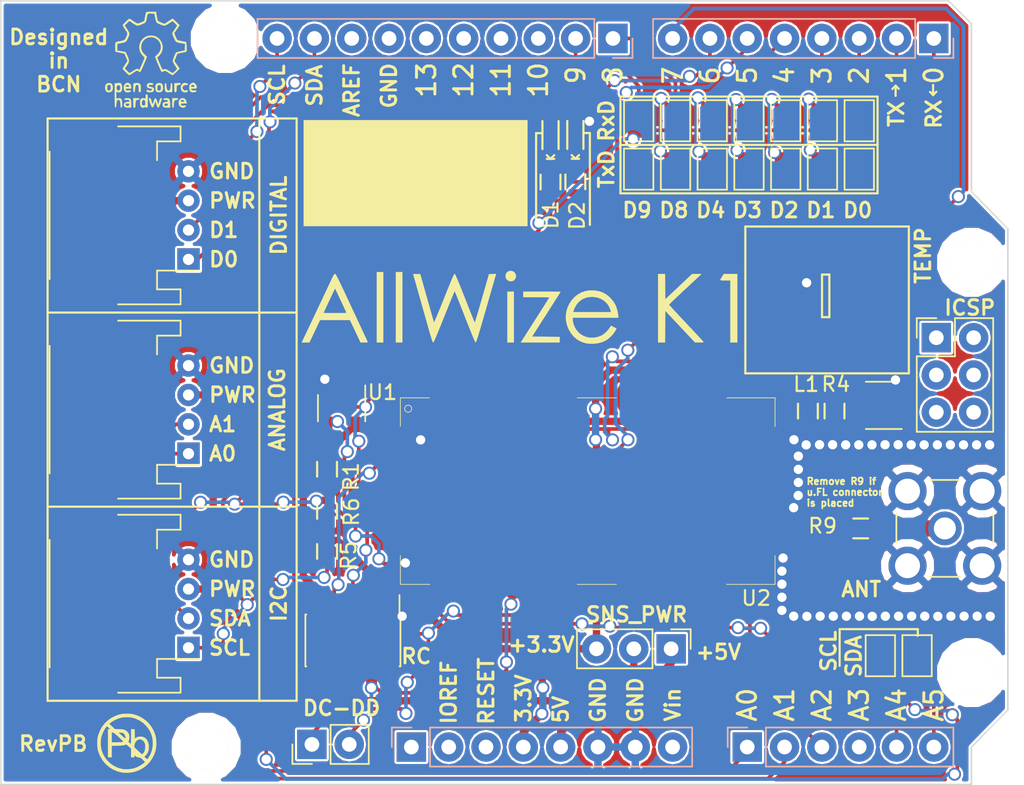
<source format=kicad_pcb>
(kicad_pcb (version 4) (host pcbnew 4.0.7-e2-6376~58~ubuntu16.04.1)
  (title_block (title "Wize-Shield Board") (date 2018-06-27) (rev RevPB) (company AllWize))
  (layers (0 Front signal) (31 Back signal) (34 B.Paste user) (35 F.Paste user) (36 B.SilkS user) (37 F.SilkS user) (38 B.Mask user) (39 F.Mask user) (44 Edge.Cuts user))
  (net 0 "")
  (net 1 GND)
  (net 2 +3.3V)
  (net 3 "Net-(D1-Pad1)")
  (net 4 "Net-(D2-Pad1)")
  (net 5 /RC_VCC)
  (net 6 /DC)
  (net 7 /DD)
  (net 8 /RXD)
  (net 9 /TXD)
  (net 10 /~RESET~)
  (net 11 "Net-(J3-Pad8)")
  (net 12 "Net-(J3-Pad10)")
  (net 13 /RXD_A)
  (net 14 "Net-(R2-Pad2)")
  (net 15 "Net-(R3-Pad2)")
  (net 16 "Net-(U1-Pad1)")
  (net 17 /TEMP)
  (net 18 "Net-(U4-Pad1)")
  (net 19 /~RESET_A~)
  (net 20 "Net-(J5-Pad1)")
  (net 21 "Net-(U2-Pad15)")
  (net 22 "Net-(U2-Pad16)")
  (net 23 "Net-(U2-Pad18)")
  (net 24 "Net-(U2-Pad17)")
  (net 25 "Net-(U2-Pad21)")
  (net 26 "Net-(U2-Pad22)")
  (net 27 "Net-(U2-Pad36)")
  (net 28 "Net-(U2-Pad38)")
  (net 29 "Net-(U2-Pad42)")
  (net 30 "Net-(U2-Pad40)")
  (net 31 "Net-(U2-Pad32)")
  (net 32 "Net-(U2-Pad34)")
  (net 33 "Net-(U2-Pad33)")
  (net 34 "Net-(U2-Pad31)")
  (net 35 "Net-(U2-Pad39)")
  (net 36 "Net-(U2-Pad37)")
  (net 37 "Net-(U2-Pad35)")
  (net 38 "Net-(U2-Pad26)")
  (net 39 "Net-(U2-Pad25)")
  (net 40 "Net-(U2-Pad23)")
  (net 41 "Net-(U2-Pad24)")
  (net 42 "Net-(U2-Pad28)")
  (net 43 "Net-(U2-Pad27)")
  (net 44 "Net-(U2-Pad11)")
  (net 45 "Net-(U2-Pad2)")
  (net 46 "Net-(U2-Pad3)")
  (net 47 "Net-(U2-Pad4)")
  (net 48 /5V-3.3V)
  (net 49 +5V)
  (net 50 /SCL)
  (net 51 /SDA)
  (net 52 /A0)
  (net 53 /A1)
  (net 54 /D6)
  (net 55 "Net-(J1-Pad1)")
  (net 56 "Net-(J1-Pad2)")
  (net 57 "Net-(J1-Pad3)")
  (net 58 "Net-(J1-Pad8)")
  (net 59 "Net-(J2-Pad4)")
  (net 60 "Net-(J2-Pad5)")
  (net 61 "Net-(J2-Pad6)")
  (net 62 "Net-(J10-Pad3)")
  (net 63 "Net-(J10-Pad4)")
  (net 64 "Net-(J10-Pad5)")
  (net 65 "Net-(J10-Pad6)")
  (net 66 "Net-(J10-Pad7)")
  (net 67 "Net-(J10-Pad8)")
  (net 68 "Net-(J12-Pad1)")
  (net 69 "Net-(J12-Pad2)")
  (net 70 "Net-(J12-Pad3)")
  (net 71 "Net-(J12-Pad4)")
  (net 72 "Net-(J12-Pad5)")
  (net 73 "Net-(J12-Pad6)")
  (net 74 /D5)
  (net 75 /D8)
  (net 76 /D9)
  (net 77 /D0)
  (net 78 /D1)
  (net 79 /D2)
  (net 80 /D3)
  (net 81 /D4)
  (net 82 "Net-(J4-Pad2)")
  (module WIZE-SHIELD:PinHeader_2x05_P1.27mm_Vertical_SMD (layer Front) (at 120.48 109.58 270)
    (fp_text reference J3 hide)
    (fp_text value Conn_02x05_Odd_Even hide)
    (pad 1 smd rect (at -1.95 -2.54 270) (size 2.4 0.74) (layers Front F.Paste F.Mask) (net 1 GND))
    (pad 2 smd rect (at 1.95 -2.54 270) (size 2.4 0.74) (layers Front F.Paste F.Mask) (net 5 /RC_VCC))
    (pad 3 smd rect (at -1.95 -1.27 270) (size 2.4 0.74) (layers Front F.Paste F.Mask) (net 6 /DC))
    (pad 4 smd rect (at 1.95 -1.27 270) (size 2.4 0.74) (layers Front F.Paste F.Mask) (net 7 /DD))
    (pad 5 smd rect (at -1.95 0 270) (size 2.4 0.74) (layers Front F.Paste F.Mask) (net 8 /RXD))
    (pad 6 smd rect (at 1.95 0 270) (size 2.4 0.74) (layers Front F.Paste F.Mask) (net 9 /TXD))
    (pad 7 smd rect (at -1.95 1.27 270) (size 2.4 0.74) (layers Front F.Paste F.Mask) (net 10 /~RESET~))
    (pad 8 smd rect (at 1.95 1.27 270) (size 2.4 0.74) (layers Front F.Paste F.Mask) (net 11 "Net-(J3-Pad8)"))
    (pad 9 smd rect (at -1.95 2.54 270) (size 2.4 0.74) (layers Front F.Paste F.Mask) (net 5 /RC_VCC))
    (pad 10 smd rect (at 1.95 2.54 270) (size 2.4 0.74) (layers Front F.Paste F.Mask) (net 12 "Net-(J3-Pad10)"))
  )
  (module WIZE-SHIELD:RC1701xx-MBUS (layer Front) (at 136.46 99.41)
    (fp_text reference U2 (at 11.47 7.29 180) (layer F.SilkS))
    (fp_text value RC1701xx-MBUS hide)
    (pad 15 smd oval (at -10.16 6.35) (size 1.016 2.032) (layers Front F.Paste F.Mask) (net 21 "Net-(U2-Pad15)"))
    (pad 16 smd oval (at -8.89 6.35) (size 1.016 2.032) (layers Front F.Paste F.Mask) (net 22 "Net-(U2-Pad16)"))
    (pad 18 smd oval (at -6.35 6.35) (size 1.016 2.032) (layers Front F.Paste F.Mask) (net 23 "Net-(U2-Pad18)"))
    (pad 17 smd oval (at -7.62 6.35) (size 1.016 2.032) (layers Front F.Paste F.Mask) (net 24 "Net-(U2-Pad17)"))
    (pad 21 smd oval (at -2.54 6.35) (size 1.016 2.032) (layers Front F.Paste F.Mask) (net 25 "Net-(U2-Pad21)"))
    (pad 22 smd oval (at -1.27 6.35) (size 1.016 2.032) (layers Front F.Paste F.Mask) (net 26 "Net-(U2-Pad22)"))
    (pad 20 smd oval (at -3.81 6.35) (size 1.016 2.032) (layers Front F.Paste F.Mask) (net 6 /DC))
    (pad 19 smd oval (at -5.08 6.35) (size 1.016 2.032) (layers Front F.Paste F.Mask) (net 7 /DD))
    (pad 36 smd oval (at 5.08 6.35) (size 1.016 2.032) (layers Front F.Paste F.Mask) (net 27 "Net-(U2-Pad36)"))
    (pad 38 smd oval (at 6.35 6.35) (size 1.016 2.032) (layers Front F.Paste F.Mask) (net 28 "Net-(U2-Pad38)"))
    (pad 42 smd oval (at 8.89 6.35) (size 1.016 2.032) (layers Front F.Paste F.Mask) (net 29 "Net-(U2-Pad42)"))
    (pad 40 smd oval (at 7.62 6.35) (size 1.016 2.032) (layers Front F.Paste F.Mask) (net 30 "Net-(U2-Pad40)"))
    (pad 32 smd oval (at 2.54 6.35) (size 1.016 2.032) (layers Front F.Paste F.Mask) (net 31 "Net-(U2-Pad32)"))
    (pad 34 smd oval (at 3.81 6.35) (size 1.016 2.032) (layers Front F.Paste F.Mask) (net 32 "Net-(U2-Pad34)"))
    (pad 33 smd oval (at 3.81 -6.35) (size 1.016 2.032) (layers Front F.Paste F.Mask) (net 33 "Net-(U2-Pad33)"))
    (pad 31 smd oval (at 2.54 -6.35) (size 1.016 2.032) (layers Front F.Paste F.Mask) (net 34 "Net-(U2-Pad31)"))
    (pad 39 smd oval (at 7.62 -6.35) (size 1.016 2.032) (layers Front F.Paste F.Mask) (net 35 "Net-(U2-Pad39)"))
    (pad 41 smd oval (at 8.89 -6.35) (size 1.016 2.032) (layers Front F.Paste F.Mask) (net 5 /RC_VCC))
    (pad 37 smd oval (at 6.35 -6.35) (size 1.016 2.032) (layers Front F.Paste F.Mask) (net 36 "Net-(U2-Pad37)"))
    (pad 35 smd oval (at 5.08 -6.35) (size 1.016 2.032) (layers Front F.Paste F.Mask) (net 37 "Net-(U2-Pad35)"))
    (pad 26 smd oval (at -5.08 -6.35) (size 1.016 2.032) (layers Front F.Paste F.Mask) (net 38 "Net-(U2-Pad26)"))
    (pad 25 smd oval (at -3.81 -6.35) (size 1.016 2.032) (layers Front F.Paste F.Mask) (net 39 "Net-(U2-Pad25)"))
    (pad 23 smd oval (at -1.27 -6.35) (size 1.016 2.032) (layers Front F.Paste F.Mask) (net 40 "Net-(U2-Pad23)"))
    (pad 24 smd oval (at -2.54 -6.35) (size 1.016 2.032) (layers Front F.Paste F.Mask) (net 41 "Net-(U2-Pad24)"))
    (pad 28 smd oval (at -7.62 -6.35) (size 1.016 2.032) (layers Front F.Paste F.Mask) (net 42 "Net-(U2-Pad28)"))
    (pad 27 smd oval (at -6.35 -6.35) (size 1.016 2.032) (layers Front F.Paste F.Mask) (net 43 "Net-(U2-Pad27)"))
    (pad 29 smd oval (at -8.89 -6.35) (size 1.016 2.032) (layers Front F.Paste F.Mask) (net 15 "Net-(R3-Pad2)"))
    (pad 30 smd oval (at -10.16 -6.35) (size 1.016 2.032) (layers Front F.Paste F.Mask) (net 14 "Net-(R2-Pad2)"))
    (pad 11 smd oval (at 12.7 0) (size 2.032 1.016) (layers Front F.Paste F.Mask) (net 44 "Net-(U2-Pad11)"))
    (pad 12 smd oval (at 12.7 -1.27) (size 2.032 1.016) (layers Front F.Paste F.Mask) (net 10 /~RESET~))
    (pad 13 smd oval (at 12.7 -2.54) (size 2.032 1.016) (layers Front F.Paste F.Mask) (net 5 /RC_VCC))
    (pad 14 smd oval (at 12.7 -3.81) (size 2.032 1.016) (layers Front F.Paste F.Mask) (net 1 GND))
    (pad 10 smd oval (at 12.7 1.27) (size 2.032 1.016) (layers Front F.Paste F.Mask) (net 1 GND))
    (pad 9 smd oval (at 12.7 2.54) (size 2.032 1.016) (layers Front F.Paste F.Mask) (net 82 "Net-(J4-Pad2)"))
    (pad 8 smd oval (at 12.7 3.81) (size 2.032 1.016) (layers Front F.Paste F.Mask) (net 1 GND))
    (pad 7 smd oval (at -12.7 3.81) (size 2.032 1.016) (layers Front F.Paste F.Mask) (net 1 GND))
    (pad 6 smd oval (at -12.7 2.54) (size 2.032 1.016) (layers Front F.Paste F.Mask) (net 8 /RXD))
    (pad 5 smd oval (at -12.7 1.27) (size 2.032 1.016) (layers Front F.Paste F.Mask) (net 9 /TXD))
    (pad 1 smd oval (at -12.7 -3.81) (size 2.032 1.016) (layers Front F.Paste F.Mask) (net 1 GND))
    (pad 2 smd oval (at -12.7 -2.54) (size 2.032 1.016) (layers Front F.Paste F.Mask) (net 45 "Net-(U2-Pad2)"))
    (pad 3 smd oval (at -12.7 -1.27) (size 2.032 1.016) (layers Front F.Paste F.Mask) (net 46 "Net-(U2-Pad3)"))
    (pad 4 smd oval (at -12.7 0) (size 2.032 1.016) (layers Front F.Paste F.Mask) (net 47 "Net-(U2-Pad4)"))
  )
  (module WIZE-SHIELD:LED_0603 (layer Front) (at 133.93 75.01 90)
    (fp_text reference D1 (at -5.58 0.02 90) (layer F.SilkS))
    (fp_text value LED-DIODE hide)
    (pad 2 smd rect (at 0.7493 0 270) (size 0.79756 0.79756) (layers Front F.Paste F.Mask) (net 1 GND))
    (pad 1 smd rect (at -0.7493 0 270) (size 0.79756 0.79756) (layers Front F.Paste F.Mask) (net 3 "Net-(D1-Pad1)"))
  )
  (module WIZE-SHIELD:LED_0603 (layer Front) (at 135.62 75 90)
    (fp_text reference D2 (at -5.65 0.12 90) (layer F.SilkS))
    (fp_text value LED-DIODE hide)
    (pad 2 smd rect (at 0.7493 0 270) (size 0.79756 0.79756) (layers Front F.Paste F.Mask) (net 1 GND))
    (pad 1 smd rect (at -0.7493 0 270) (size 0.79756 0.79756) (layers Front F.Paste F.Mask) (net 4 "Net-(D2-Pad1)"))
  )
  (module WIZE-SHIELD:FIDUCIAL-08 (layer Front) (at 97.92 118.19)
    (fp_text reference FD1 hide)
    (fp_text value FIDUCIAL hide)
    (pad "" smd circle (at 0 0) (size 0.8 0.8) (layers Front F.Mask))
  )
  (module WIZE-SHIELD:FIDUCIAL-08 (layer Front) (at 159.96 76.39)
    (fp_text reference FD2 hide)
    (fp_text value FIDUCIAL hide)
    (pad "" smd circle (at 0 0) (size 0.8 0.8) (layers Front F.Mask))
  )
  (module WIZE-SHIELD:SOT-23-5 (layer Front) (at 119.71 93.76 270)
    (fp_text reference U1 (at -1.08 -2.78 540) (layer F.SilkS))
    (fp_text value SN74LV1T34 hide)
    (pad 1 smd rect (at -1.1 -0.95 270) (size 1.06 0.65) (layers Front F.Paste F.Mask) (net 16 "Net-(U1-Pad1)"))
    (pad 2 smd rect (at -1.1 0 270) (size 1.06 0.65) (layers Front F.Paste F.Mask) (net 13 /RXD_A))
    (pad 3 smd rect (at -1.1 0.95 270) (size 1.06 0.65) (layers Front F.Paste F.Mask) (net 1 GND))
    (pad 4 smd rect (at 1.1 0.95 270) (size 1.06 0.65) (layers Front F.Paste F.Mask) (net 8 /RXD))
    (pad 5 smd rect (at 1.1 -0.95 270) (size 1.06 0.65) (layers Front F.Paste F.Mask) (net 5 /RC_VCC))
  )
  (module WIZE-SHIELD:SOT-23-5 (layer Front) (at 156.29 93.57 180)
    (fp_text reference U4 hide)
    (fp_text value SN74LV1T34 hide)
    (pad 1 smd rect (at -1.1 -0.95 180) (size 1.06 0.65) (layers Front F.Paste F.Mask) (net 18 "Net-(U4-Pad1)"))
    (pad 2 smd rect (at -1.1 0 180) (size 1.06 0.65) (layers Front F.Paste F.Mask) (net 19 /~RESET_A~))
    (pad 3 smd rect (at -1.1 0.95 180) (size 1.06 0.65) (layers Front F.Paste F.Mask) (net 1 GND))
    (pad 4 smd rect (at 1.1 0.95 180) (size 1.06 0.65) (layers Front F.Paste F.Mask) (net 10 /~RESET~))
    (pad 5 smd rect (at 1.1 -0.95 180) (size 1.06 0.65) (layers Front F.Paste F.Mask) (net 5 /RC_VCC))
  )
  (module WIZE-SHIELD:PinHeader_1x10_P2.54mm_Vertical (layer Back) (at 138.18 68.58 90)
    (fp_text reference J10 hide)
    (fp_text value Conn_01x10 hide)
    (pad 1 thru_hole rect (at 0 0 90) (size 2 2) (drill 1) (layers *.Cu *.Mask) (net 75 /D8))
    (pad 2 thru_hole oval (at 0 -2.54 90) (size 2 2) (drill 1) (layers *.Cu *.Mask) (net 76 /D9))
    (pad 3 thru_hole oval (at 0 -5.08 90) (size 2 2) (drill 1) (layers *.Cu *.Mask) (net 62 "Net-(J10-Pad3)"))
    (pad 4 thru_hole oval (at 0 -7.62 90) (size 2 2) (drill 1) (layers *.Cu *.Mask) (net 63 "Net-(J10-Pad4)"))
    (pad 5 thru_hole oval (at 0 -10.16 90) (size 2 2) (drill 1) (layers *.Cu *.Mask) (net 64 "Net-(J10-Pad5)"))
    (pad 6 thru_hole oval (at 0 -12.7 90) (size 2 2) (drill 1) (layers *.Cu *.Mask) (net 65 "Net-(J10-Pad6)"))
    (pad 7 thru_hole oval (at 0 -15.24 90) (size 2 2) (drill 1) (layers *.Cu *.Mask) (net 66 "Net-(J10-Pad7)"))
    (pad 8 thru_hole oval (at 0 -17.78 90) (size 2 2) (drill 1) (layers *.Cu *.Mask) (net 67 "Net-(J10-Pad8)"))
    (pad 9 thru_hole oval (at 0 -20.32 90) (size 2 2) (drill 1) (layers *.Cu *.Mask) (net 51 /SDA))
    (pad 10 thru_hole oval (at 0 -22.86 90) (size 2 2) (drill 1) (layers *.Cu *.Mask) (net 50 /SCL))
  )
  (module WIZE-SHIELD:PinHeader_1x08_P2.54mm_Vertical (layer Back) (at 160.02 68.58 90)
    (fp_text reference J11 hide)
    (fp_text value Conn_01x08 hide)
    (pad 1 thru_hole rect (at 0 0 90) (size 2 2) (drill 1) (layers *.Cu *.Mask) (net 77 /D0))
    (pad 2 thru_hole oval (at 0 -2.54 90) (size 2 2) (drill 1) (layers *.Cu *.Mask) (net 78 /D1))
    (pad 3 thru_hole oval (at 0 -5.08 90) (size 2 2) (drill 1) (layers *.Cu *.Mask) (net 79 /D2))
    (pad 4 thru_hole oval (at 0 -7.62 90) (size 2 2) (drill 1) (layers *.Cu *.Mask) (net 80 /D3))
    (pad 5 thru_hole oval (at 0 -10.16 90) (size 2 2) (drill 1) (layers *.Cu *.Mask) (net 81 /D4))
    (pad 6 thru_hole oval (at 0 -12.7 90) (size 2 2) (drill 1) (layers *.Cu *.Mask) (net 74 /D5))
    (pad 7 thru_hole oval (at 0 -15.24 90) (size 2 2) (drill 1) (layers *.Cu *.Mask) (net 54 /D6))
    (pad 8 thru_hole oval (at 0 -17.78 90) (size 2 2) (drill 1) (layers *.Cu *.Mask) (net 19 /~RESET_A~))
  )
  (module WIZE-SHIELD:PinHeader_1x08_P2.54mm_Vertical (layer Back) (at 124.46 116.84 270)
    (fp_text reference J1 hide)
    (fp_text value Conn_01x08 hide)
    (pad 1 thru_hole rect (at 0 0 270) (size 2 2) (drill 1) (layers *.Cu *.Mask) (net 55 "Net-(J1-Pad1)"))
    (pad 2 thru_hole oval (at 0 -2.54 270) (size 2 2) (drill 1) (layers *.Cu *.Mask) (net 56 "Net-(J1-Pad2)"))
    (pad 3 thru_hole oval (at 0 -5.08 270) (size 2 2) (drill 1) (layers *.Cu *.Mask) (net 57 "Net-(J1-Pad3)"))
    (pad 4 thru_hole oval (at 0 -7.62 270) (size 2 2) (drill 1) (layers *.Cu *.Mask) (net 2 +3.3V))
    (pad 5 thru_hole oval (at 0 -10.16 270) (size 2 2) (drill 1) (layers *.Cu *.Mask) (net 49 +5V))
    (pad 6 thru_hole oval (at 0 -12.7 270) (size 2 2) (drill 1) (layers *.Cu *.Mask) (net 1 GND))
    (pad 7 thru_hole oval (at 0 -15.24 270) (size 2 2) (drill 1) (layers *.Cu *.Mask) (net 1 GND))
    (pad 8 thru_hole oval (at 0 -17.78 270) (size 2 2) (drill 1) (layers *.Cu *.Mask) (net 58 "Net-(J1-Pad8)"))
  )
  (module WIZE-SHIELD:PinHeader_1x06_P2.54mm_Vertical (layer Back) (at 147.32 116.84 270)
    (fp_text reference J2 hide)
    (fp_text value Conn_01x06 hide)
    (pad 1 thru_hole rect (at 0 0 270) (size 2 2) (drill 1) (layers *.Cu *.Mask) (net 52 /A0))
    (pad 2 thru_hole oval (at 0 -2.54 270) (size 2 2) (drill 1) (layers *.Cu *.Mask) (net 53 /A1))
    (pad 3 thru_hole oval (at 0 -5.08 270) (size 2 2) (drill 1) (layers *.Cu *.Mask) (net 17 /TEMP))
    (pad 4 thru_hole oval (at 0 -7.62 270) (size 2 2) (drill 1) (layers *.Cu *.Mask) (net 59 "Net-(J2-Pad4)"))
    (pad 5 thru_hole oval (at 0 -10.16 270) (size 2 2) (drill 1) (layers *.Cu *.Mask) (net 60 "Net-(J2-Pad5)"))
    (pad 6 thru_hole oval (at 0 -12.7 270) (size 2 2) (drill 1) (layers *.Cu *.Mask) (net 61 "Net-(J2-Pad6)"))
  )
  (module WIZE-SHIELD:PinHeader_1x02_P2.54mm_Vertical (layer Front) (at 117.69 116.66 90)
    (fp_text reference J13 hide)
    (fp_text value Conn_01x02 hide)
    (pad 1 thru_hole rect (at 0 0 90) (size 2 2) (drill 1) (layers *.Cu *.Mask) (net 6 /DC))
    (pad 2 thru_hole oval (at 0 2.54 90) (size 2 2) (drill 1) (layers *.Cu *.Mask) (net 7 /DD))
  )
  (module WIZE-SHIELD:PinHeader_2x03_P2.54mm_Vertical (layer Front) (at 160.19 88.96)
    (fp_text reference J12 hide)
    (fp_text value Conn_02x03_Odd_Even hide)
    (pad 1 thru_hole rect (at 0 0) (size 2 2) (drill 1) (layers *.Cu *.Mask) (net 68 "Net-(J12-Pad1)"))
    (pad 2 thru_hole oval (at 2.54 0) (size 2 2) (drill 1) (layers *.Cu *.Mask) (net 69 "Net-(J12-Pad2)"))
    (pad 3 thru_hole oval (at 0 2.54) (size 2 2) (drill 1) (layers *.Cu *.Mask) (net 70 "Net-(J12-Pad3)"))
    (pad 4 thru_hole oval (at 2.54 2.54) (size 2 2) (drill 1) (layers *.Cu *.Mask) (net 71 "Net-(J12-Pad4)"))
    (pad 5 thru_hole oval (at 0 5.08) (size 2 2) (drill 1) (layers *.Cu *.Mask) (net 72 "Net-(J12-Pad5)"))
    (pad 6 thru_hole oval (at 2.54 5.08) (size 2 2) (drill 1) (layers *.Cu *.Mask) (net 73 "Net-(J12-Pad6)"))
  )
  (module WIZE-SHIELD:SMA_Jack (layer Front) (at 160.77 101.95)
    (fp_text reference J5 hide)
    (fp_text value Conn_Coaxial hide)
    (pad 2 thru_hole circle (at -2.54 2.54) (size 2.6 2.6) (drill 1.7) (layers *.Cu *.Mask) (net 1 GND))
    (pad 2 thru_hole circle (at -2.54 -2.54) (size 2.6 2.6) (drill 1.7) (layers *.Cu *.Mask) (net 1 GND))
    (pad 2 thru_hole circle (at 2.54 -2.54) (size 2.6 2.6) (drill 1.7) (layers *.Cu *.Mask) (net 1 GND))
    (pad 2 thru_hole circle (at 2.54 2.54) (size 2.6 2.6) (drill 1.7) (layers *.Cu *.Mask) (net 1 GND))
    (pad 1 thru_hole circle (at 0 0) (size 2.3 2.3) (drill 1.5) (layers *.Cu *.Mask) (net 20 "Net-(J5-Pad1)"))
  )
  (module WIZE-SHIELD:PinHeader_1x03_P2.54mm_Vertical (layer Front) (at 142.14 110.15 270)
    (fp_text reference J6 hide)
    (fp_text value Conn_01x03 hide)
    (pad 1 thru_hole rect (at 0 0 270) (size 2 2) (drill 1) (layers *.Cu *.Mask) (net 49 +5V))
    (pad 2 thru_hole oval (at 0 2.54 270) (size 2 2) (drill 1) (layers *.Cu *.Mask) (net 48 /5V-3.3V))
    (pad 3 thru_hole oval (at 0 5.08 270) (size 2 2) (drill 1) (layers *.Cu *.Mask) (net 2 +3.3V))
  )
  (module WIZE-SHIELD:SOT-23-3 (layer Front) (at 152.66 86.11)
    (fp_text reference U3 hide)
    (fp_text value MCP9701 hide)
    (pad 3 smd rect (at -1 0) (size 0.9 0.8) (layers Front F.Paste F.Mask) (net 1 GND))
    (pad 1 smd rect (at 1 0.95) (size 0.9 0.8) (layers Front F.Paste F.Mask) (net 5 /RC_VCC))
    (pad 2 smd rect (at 1 -0.95) (size 0.9 0.8) (layers Front F.Paste F.Mask) (net 17 /TEMP))
  )
  (module WIZE-SHIELD:GROVE-TH-1x04-P2.00mm_Horizontal (layer Front) (at 105.44 80.63 270)
    (fp_text reference J9 hide)
    (fp_text value Conn_01x04 hide)
    (pad 1 thru_hole rect (at 3 -3.85 270) (size 1.524 1.524) (drill 0.762) (layers *.Cu *.Mask) (net 74 /D5))
    (pad 2 thru_hole circle (at 1 -3.85 270) (size 1.524 1.524) (drill 0.762) (layers *.Cu *.Mask) (net 54 /D6))
    (pad 3 thru_hole circle (at -1 -3.85 270) (size 1.524 1.524) (drill 0.762) (layers *.Cu *.Mask) (net 48 /5V-3.3V))
    (pad 4 thru_hole circle (at -3 -3.85 270) (size 1.524 1.524) (drill 0.762) (layers *.Cu *.Mask) (net 1 GND))
  )
  (module WIZE-SHIELD:GROVE-TH-1x04-P2.00mm_Horizontal (layer Front) (at 105.44 93.86 270)
    (fp_text reference J8 hide)
    (fp_text value Conn_01x04 hide)
    (pad 1 thru_hole rect (at 3 -3.85 270) (size 1.524 1.524) (drill 0.762) (layers *.Cu *.Mask) (net 52 /A0))
    (pad 2 thru_hole circle (at 1 -3.85 270) (size 1.524 1.524) (drill 0.762) (layers *.Cu *.Mask) (net 53 /A1))
    (pad 3 thru_hole circle (at -1 -3.85 270) (size 1.524 1.524) (drill 0.762) (layers *.Cu *.Mask) (net 48 /5V-3.3V))
    (pad 4 thru_hole circle (at -3 -3.85 270) (size 1.524 1.524) (drill 0.762) (layers *.Cu *.Mask) (net 1 GND))
  )
  (module WIZE-SHIELD:GROVE-TH-1x04-P2.00mm_Horizontal (layer Front) (at 105.44 107.08 270)
    (fp_text reference J7 hide)
    (fp_text value Conn_01x04 hide)
    (pad 1 thru_hole rect (at 3 -3.85 270) (size 1.524 1.524) (drill 0.762) (layers *.Cu *.Mask) (net 50 /SCL))
    (pad 2 thru_hole circle (at 1 -3.85 270) (size 1.524 1.524) (drill 0.762) (layers *.Cu *.Mask) (net 51 /SDA))
    (pad 3 thru_hole circle (at -1 -3.85 270) (size 1.524 1.524) (drill 0.762) (layers *.Cu *.Mask) (net 48 /5V-3.3V))
    (pad 4 thru_hole circle (at -3 -3.85 270) (size 1.524 1.524) (drill 0.762) (layers *.Cu *.Mask) (net 1 GND))
  )
  (module WIZE-SHIELD:R_0603 (layer Front) (at 118.72 100.79 270)
    (fp_text reference R6 (at 0.04 -1.66 270) (layer F.SilkS))
    (fp_text value 5k6 hide)
    (pad 1 smd rect (at -0.75 0 270) (size 0.5 0.9) (layers Front F.Paste F.Mask) (net 51 /SDA))
    (pad 2 smd rect (at 0.75 0 270) (size 0.5 0.9) (layers Front F.Paste F.Mask) (net 2 +3.3V))
  )
  (module WIZE-SHIELD:R_0603 (layer Front) (at 151.45 93.96 270)
    (fp_text reference L1 (at -1.83 0.12 540) (layer F.SilkS))
    (fp_text value Ferrite_Bead hide)
    (pad 1 smd rect (at -0.75 0 270) (size 0.5 0.9) (layers Front F.Paste F.Mask) (net 2 +3.3V))
    (pad 2 smd rect (at 0.75 0 270) (size 0.5 0.9) (layers Front F.Paste F.Mask) (net 5 /RC_VCC))
  )
  (module WIZE-SHIELD:R_0603 (layer Front) (at 118.72 97.92 90)
    (fp_text reference R1 (at -0.51 1.64 90) (layer F.SilkS))
    (fp_text value 8k2 hide)
    (pad 1 smd rect (at -0.75 0 90) (size 0.5 0.9) (layers Front F.Paste F.Mask) (net 8 /RXD))
    (pad 2 smd rect (at 0.75 0 90) (size 0.5 0.9) (layers Front F.Paste F.Mask) (net 5 /RC_VCC))
  )
  (module WIZE-SHIELD:R_0603 (layer Front) (at 133.93 78.36 270)
    (fp_text reference R2 hide)
    (fp_text value 1k hide)
    (pad 1 smd rect (at -0.75 0 270) (size 0.5 0.9) (layers Front F.Paste F.Mask) (net 3 "Net-(D1-Pad1)"))
    (pad 2 smd rect (at 0.75 0 270) (size 0.5 0.9) (layers Front F.Paste F.Mask) (net 14 "Net-(R2-Pad2)"))
  )
  (module WIZE-SHIELD:R_0603 (layer Front) (at 135.62 78.35 270)
    (fp_text reference R3 hide)
    (fp_text value 1k hide)
    (pad 1 smd rect (at -0.75 0 270) (size 0.5 0.9) (layers Front F.Paste F.Mask) (net 4 "Net-(D2-Pad1)"))
    (pad 2 smd rect (at 0.75 0 270) (size 0.5 0.9) (layers Front F.Paste F.Mask) (net 15 "Net-(R3-Pad2)"))
  )
  (module WIZE-SHIELD:R_0603 (layer Front) (at 153.26 93.96 270)
    (fp_text reference R4 (at -1.83 -0.09 360) (layer F.SilkS))
    (fp_text value 5k6 hide)
    (pad 1 smd rect (at -0.75 0 270) (size 0.5 0.9) (layers Front F.Paste F.Mask) (net 10 /~RESET~))
    (pad 2 smd rect (at 0.75 0 270) (size 0.5 0.9) (layers Front F.Paste F.Mask) (net 5 /RC_VCC))
  )
  (module WIZE-SHIELD:R_0603 (layer Front) (at 118.72 103.52 90)
    (fp_text reference R5 (at -0.27 1.47 90) (layer F.SilkS))
    (fp_text value 5k6 hide)
    (pad 1 smd rect (at -0.75 0 90) (size 0.5 0.9) (layers Front F.Paste F.Mask) (net 50 /SCL))
    (pad 2 smd rect (at 0.75 0 90) (size 0.5 0.9) (layers Front F.Paste F.Mask) (net 2 +3.3V))
  )
  (module WIZE-SHIELD:SolderJumper-2_P1.3mm_Open_Pad1.0x1.5mm (layer Front) (at 152.435 74.185 90)
    (fp_text reference JP2 hide)
    (fp_text value SolderJumper_2_Open hide)
    (pad 2 smd rect (at 0.65 0 90) (size 1 1.5) (layers Front F.Mask) (net 78 /D1))
    (pad 1 smd rect (at -0.65 0 90) (size 1 1.5) (layers Front F.Mask) (net 9 /TXD))
  )
  (module WIZE-SHIELD:SolderJumper-2_P1.3mm_Open_Pad1.0x1.5mm (layer Front) (at 149.935 74.185 90)
    (fp_text reference JP3 hide)
    (fp_text value SolderJumper_2_Open hide)
    (pad 2 smd rect (at 0.65 0 90) (size 1 1.5) (layers Front F.Mask) (net 79 /D2))
    (pad 1 smd rect (at -0.65 0 90) (size 1 1.5) (layers Front F.Mask) (net 9 /TXD))
  )
  (module WIZE-SHIELD:SolderJumper-2_P1.3mm_Open_Pad1.0x1.5mm (layer Front) (at 147.435 74.185 90)
    (fp_text reference JP4 hide)
    (fp_text value SolderJumper_2_Open hide)
    (pad 2 smd rect (at 0.65 0 90) (size 1 1.5) (layers Front F.Mask) (net 80 /D3))
    (pad 1 smd rect (at -0.65 0 90) (size 1 1.5) (layers Front F.Mask) (net 9 /TXD))
  )
  (module WIZE-SHIELD:SolderJumper-2_P1.3mm_Open_Pad1.0x1.5mm (layer Front) (at 144.935 74.185 90)
    (fp_text reference JP5 hide)
    (fp_text value SolderJumper_2_Open hide)
    (pad 2 smd rect (at 0.65 0 90) (size 1 1.5) (layers Front F.Mask) (net 81 /D4))
    (pad 1 smd rect (at -0.65 0 90) (size 1 1.5) (layers Front F.Mask) (net 9 /TXD))
  )
  (module WIZE-SHIELD:SolderJumper-2_P1.3mm_Open_Pad1.0x1.5mm (layer Front) (at 142.435 74.185 90)
    (fp_text reference JP6 hide)
    (fp_text value SolderJumper_2_Open hide)
    (pad 2 smd rect (at 0.65 0 90) (size 1 1.5) (layers Front F.Mask) (net 75 /D8))
    (pad 1 smd rect (at -0.65 0 90) (size 1 1.5) (layers Front F.Mask) (net 9 /TXD))
  )
  (module WIZE-SHIELD:SolderJumper-2_P1.3mm_Open_Pad1.0x1.5mm (layer Front) (at 139.935 74.185 90)
    (fp_text reference JP7 hide)
    (fp_text value SolderJumper_2_Open hide)
    (pad 2 smd rect (at 0.65 0 90) (size 1 1.5) (layers Front F.Mask) (net 76 /D9))
    (pad 1 smd rect (at -0.65 0 90) (size 1 1.5) (layers Front F.Mask) (net 9 /TXD))
  )
  (module WIZE-SHIELD:SolderJumper-2_P1.3mm_Open_Pad1.0x1.5mm (layer Front) (at 154.945 77.48 90)
    (fp_text reference JP8 hide)
    (fp_text value SolderJumper_2_Open hide)
    (pad 2 smd rect (at 0.65 0 90) (size 1 1.5) (layers Front F.Mask) (net 77 /D0))
    (pad 1 smd rect (at -0.65 0 90) (size 1 1.5) (layers Front F.Mask) (net 13 /RXD_A))
  )
  (module WIZE-SHIELD:SolderJumper-2_P1.3mm_Open_Pad1.0x1.5mm (layer Front) (at 149.94 77.48 90)
    (fp_text reference JP10 hide)
    (fp_text value SolderJumper_2_Open hide)
    (pad 2 smd rect (at 0.65 0 90) (size 1 1.5) (layers Front F.Mask) (net 79 /D2))
    (pad 1 smd rect (at -0.65 0 90) (size 1 1.5) (layers Front F.Mask) (net 13 /RXD_A))
  )
  (module WIZE-SHIELD:SolderJumper-2_P1.3mm_Open_Pad1.0x1.5mm (layer Front) (at 147.44 77.48 90)
    (fp_text reference JP11 hide)
    (fp_text value SolderJumper_2_Open hide)
    (pad 2 smd rect (at 0.65 0 90) (size 1 1.5) (layers Front F.Mask) (net 80 /D3))
    (pad 1 smd rect (at -0.65 0 90) (size 1 1.5) (layers Front F.Mask) (net 13 /RXD_A))
  )
  (module WIZE-SHIELD:SolderJumper-2_P1.3mm_Open_Pad1.0x1.5mm (layer Front) (at 144.94 77.48 90)
    (fp_text reference JP12 hide)
    (fp_text value SolderJumper_2_Open hide)
    (pad 2 smd rect (at 0.65 0 90) (size 1 1.5) (layers Front F.Mask) (net 81 /D4))
    (pad 1 smd rect (at -0.65 0 90) (size 1 1.5) (layers Front F.Mask) (net 13 /RXD_A))
  )
  (module WIZE-SHIELD:SolderJumper-2_P1.3mm_Open_Pad1.0x1.5mm (layer Front) (at 142.44 77.48 90)
    (fp_text reference JP13 hide)
    (fp_text value SolderJumper_2_Open hide)
    (pad 2 smd rect (at 0.65 0 90) (size 1 1.5) (layers Front F.Mask) (net 75 /D8))
    (pad 1 smd rect (at -0.65 0 90) (size 1 1.5) (layers Front F.Mask) (net 13 /RXD_A))
  )
  (module WIZE-SHIELD:SolderJumper-2_P1.3mm_Open_Pad1.0x1.5mm (layer Front) (at 139.93 77.48 90)
    (fp_text reference JP14 hide)
    (fp_text value SolderJumper_2_Open hide)
    (pad 2 smd rect (at 0.65 0 90) (size 1 1.5) (layers Front F.Mask) (net 76 /D9))
    (pad 1 smd rect (at -0.65 0 90) (size 1 1.5) (layers Front F.Mask) (net 13 /RXD_A))
  )
  (module WIZE-SHIELD:SolderJumper-2_P1.3mm_Open_Pad1.0x1.5mm (layer Front) (at 156.38 110.62 90)
    (fp_text reference JP15 hide)
    (fp_text value SolderJumper_2_Open)
    (pad 2 smd rect (at 0.65 0 90) (size 1 1.5) (layers Front F.Mask) (net 51 /SDA))
    (pad 1 smd rect (at -0.65 0 90) (size 1 1.5) (layers Front F.Mask) (net 60 "Net-(J2-Pad5)"))
  )
  (module WIZE-SHIELD:SolderJumper-2_P1.3mm_Open_Pad1.0x1.5mm (layer Front) (at 158.88 110.62 90)
    (fp_text reference JP16 hide)
    (fp_text value SolderJumper_2_Open)
    (pad 2 smd rect (at 0.65 0 90) (size 1 1.5) (layers Front F.Mask) (net 50 /SCL))
    (pad 1 smd rect (at -0.65 0 90) (size 1 1.5) (layers Front F.Mask) (net 61 "Net-(J2-Pad6)"))
  )
  (module WIZE-SHIELD:LABEL_15x7mm (layer Front) (at 124.61 77.62)
    (fp_text reference G2 hide)
    (fp_text value LABEL hide)
  )
  (module WIZE-SHIELD:osh (layer Front) (at 106.95 70.14)
    (fp_text reference G3 hide)
    (fp_text value OSH hide)
  )
  (module WIZE-SHIELD:Pb-free (layer Front) (at 105.08 116.59)
    (fp_text reference G4 hide)
    (fp_text value PB_FREE hide)
  )
  (module WIZE-SHIELD:allwize-logo-2 (layer Front) (at 131.82 86.84)
    (fp_text reference G1 hide)
    (fp_text value LOGO hide)
  )
  (module WIZE-SHIELD:SolderJumper-2_P1.3mm_Bridged_Pad1.0x1.5mm (layer Front) (at 154.945 74.185 90)
    (fp_text reference JP1 hide)
    (fp_text value SolderJumper_2_Bridged hide)
    (pad 1 smd rect (at 0 0 90) (size 0.5 0.6) (layers Front F.Mask) (net 9 /TXD))
    (pad 2 smd rect (at 0.65 0 90) (size 1 1.5) (layers Front F.Mask) (net 77 /D0))
    (pad 1 smd rect (at -0.65 0 90) (size 1 1.5) (layers Front F.Mask) (net 9 /TXD))
  )
  (module WIZE-SHIELD:SolderJumper-2_P1.3mm_Bridged_Pad1.0x1.5mm (layer Front) (at 152.44 77.48 90)
    (fp_text reference JP9 hide)
    (fp_text value SolderJumper_2_Bridged hide)
    (pad 1 smd rect (at 0 0 90) (size 0.5 0.6) (layers Front F.Mask) (net 13 /RXD_A))
    (pad 2 smd rect (at 0.65 0 90) (size 1 1.5) (layers Front F.Mask) (net 78 /D1))
    (pad 1 smd rect (at -0.65 0 90) (size 1 1.5) (layers Front F.Mask) (net 13 /RXD_A))
  )
  (module WIZE-SHIELD:HOLE_3.10MM (layer Front) (at 111.79 68.59)
    (fp_text reference J22 hide)
    (fp_text value NPTH-HOLE hide)
    (pad "" np_thru_hole circle (at 0 0) (size 3.1 3.1) (drill 3.1) (layers *.Cu *.Mask F.SilkS) (clearance 0.8))
  )
  (module WIZE-SHIELD:HOLE_3.10MM (layer Front) (at 110.49 116.85)
    (fp_text reference J21 hide)
    (fp_text value NPTH-HOLE hide)
    (pad "" np_thru_hole circle (at 0 0) (size 3.1 3.1) (drill 3.1) (layers *.Cu *.Mask F.SilkS) (clearance 0.8))
  )
  (module WIZE-SHIELD:HOLE_3.10MM (layer Front) (at 162.59 111.77)
    (fp_text reference J16 hide)
    (fp_text value NPTH-HOLE hide)
    (pad "" np_thru_hole circle (at 0 0) (size 3.1 3.1) (drill 3.1) (layers *.Cu *.Mask F.SilkS) (clearance 0.8))
  )
  (module WIZE-SHIELD:HOLE_3.10MM (layer Front) (at 162.59 83.83)
    (fp_text reference J15 hide)
    (fp_text value NPTH-HOLE hide)
    (pad "" np_thru_hole circle (at 0 0) (size 3.1 3.1) (drill 3.1) (layers *.Cu *.Mask F.SilkS) (clearance 0.8))
  )
  (module WIZE-SHIELD:uFL-CONN (layer Front) (at 154.04 103.77 180)
    (fp_text reference J4 hide)
    (fp_text value Conn_Coaxial_uFL hide)
    (pad 2 smd rect (at 0 1.77 270) (size 1 1) (layers Front F.Paste F.Mask) (net 82 "Net-(J4-Pad2)"))
    (pad 1 smd rect (at 1.5 0 270) (size 2.2 1) (layers Front F.Paste F.Mask) (net 1 GND))
    (pad 3 smd rect (at -1.5 0 270) (size 2.2 1) (layers Front F.Paste F.Mask) (net 1 GND))
  )
  (module WIZE-SHIELD:R_0603_ANTENNA (layer Front) (at 155.04 101.95 180)
    (fp_text reference R9 (at 2.59 0.17 180) (layer F.SilkS))
    (fp_text value 0R hide)
    (pad 1 smd rect (at -0.75 0 180) (size 1.1 1.1) (layers Front F.Paste F.Mask) (net 20 "Net-(J5-Pad1)"))
    (pad 2 smd rect (at 0.75 0 180) (size 1.1 1.1) (layers Front F.Paste F.Mask) (net 82 "Net-(J4-Pad2)"))
  )
  (gr_line (start 158.93 109.25) (end 158.89 109.25) (angle 90) (layer F.SilkS) (width 0.15))
  (gr_line (start 158.93 108.81) (end 158.93 109.25) (angle 90) (layer F.SilkS) (width 0.15))
  (gr_line (start 153.61 108.81) (end 158.93 108.81) (angle 90) (layer F.SilkS) (width 0.15))
  (gr_line (start 153.61 109.02) (end 153.61 108.81) (angle 90) (layer F.SilkS) (width 0.15))
  (gr_line (start 153.61 111.31) (end 153.61 109.02) (angle 90) (layer F.SilkS) (width 0.15))
  (gr_line (start 147.19 91.39) (end 148.31 91.39) (angle 90) (layer F.SilkS) (width 0.15))
  (gr_line (start 147.19 81.39) (end 147.19 91.39) (angle 90) (layer F.SilkS) (width 0.15))
  (gr_line (start 148.32 81.39) (end 147.19 81.39) (angle 90) (layer F.SilkS) (width 0.15))
  (gr_text SCL (at 152.86 110.31 90) (layer F.SilkS) (effects (font (size 1 1) (thickness 0.2))))
  (gr_text SDA (at 154.57 110.66 90) (layer F.SilkS) (effects (font (size 1 1) (thickness 0.2))))
  (gr_line (start 133.38 75.03) (end 133.38 75.01) (angle 90) (layer F.SilkS) (width 0.15))
  (gr_line (start 132.95 75.03) (end 133.38 75.03) (angle 90) (layer F.SilkS) (width 0.15))
  (gr_line (start 133.38 75.03) (end 133.38 75.06) (angle 90) (layer F.SilkS) (width 0.15))
  (gr_line (start 132.95 81.28) (end 132.95 75.03) (angle 90) (layer F.SilkS) (width 0.15))
  (gr_line (start 136.17 75.02) (end 136.17 75.06) (angle 90) (layer F.SilkS) (width 0.15))
  (gr_line (start 136.61 75.02) (end 136.17 75.02) (angle 90) (layer F.SilkS) (width 0.15))
  (gr_line (start 136.61 81.28) (end 136.61 75.02) (angle 90) (layer F.SilkS) (width 0.15))
  (gr_text DC-DD (at 119.71 114.19) (layer F.SilkS) (effects (font (size 1 1) (thickness 0.2))))
  (gr_text "Remove R9 if\nu.FL connector\nis placed" (at 151.3 99.48) (layer F.SilkS) (effects (font (size 0.46 0.46) (thickness 0.115)) (justify left)))
  (gr_text RxD (at 137.74 74.185 90) (layer F.SilkS) (effects (font (size 1 1) (thickness 0.2))))
  (gr_text TxD (at 137.74 77.48 90) (layer F.SilkS) (effects (font (size 1 1) (thickness 0.2))))
  (gr_text D9 (at 139.82 80.28) (layer F.SilkS) (effects (font (size 1 1) (thickness 0.2))))
  (gr_text D8 (at 142.33 80.28) (layer F.SilkS) (effects (font (size 1 1) (thickness 0.2))))
  (gr_text D4 (at 144.83 80.28) (layer F.SilkS) (effects (font (size 1 1) (thickness 0.2))))
  (gr_text D3 (at 147.33 80.28) (layer F.SilkS) (effects (font (size 1 1) (thickness 0.2))))
  (gr_text D2 (at 149.83 80.28) (layer F.SilkS) (effects (font (size 1 1) (thickness 0.2))))
  (gr_text D1 (at 152.33 80.28) (layer F.SilkS) (effects (font (size 1 1) (thickness 0.2))))
  (gr_line (start 156.19 79.13) (end 156.19 75.83) (angle 90) (layer F.SilkS) (width 0.15))
  (gr_line (start 138.69 79.13) (end 156.19 79.13) (angle 90) (layer F.SilkS) (width 0.15))
  (gr_line (start 138.69 75.82) (end 138.69 79.13) (angle 90) (layer F.SilkS) (width 0.15))
  (gr_line (start 156.19 75.83) (end 156.19 72.54) (angle 90) (layer F.SilkS) (width 0.15))
  (gr_line (start 138.69 75.83) (end 156.19 75.83) (angle 90) (layer F.SilkS) (width 0.15))
  (gr_line (start 138.69 72.54) (end 138.69 75.83) (angle 90) (layer F.SilkS) (width 0.15))
  (gr_line (start 156.19 72.54) (end 138.69 72.54) (angle 90) (layer F.SilkS) (width 0.15))
  (gr_text D0 (at 154.835 80.28) (layer F.SilkS) (effects (font (size 1 1) (thickness 0.2))))
  (gr_text SNS_PWR (at 139.79 107.82) (layer F.SilkS) (effects (font (size 1 1) (thickness 0.2))))
  (gr_text RC (at 124.79 110.66) (layer F.SilkS) (effects (font (size 1 1) (thickness 0.2))))
  (gr_text I2C (at 115.44 107.08 90) (layer F.SilkS) (effects (font (size 1 1) (thickness 0.2))))
  (gr_text ANALOG (at 115.33 93.86 90) (layer F.SilkS) (effects (font (size 1 1) (thickness 0.2))))
  (gr_line (start 114.11 87.25) (end 116.65 87.25) (angle 90) (layer F.SilkS) (width 0.15))
  (gr_line (start 114.11 100.47) (end 116.65 100.47) (angle 90) (layer F.SilkS) (width 0.15))
  (gr_line (start 116.65 113.69) (end 114.1 113.69) (angle 90) (layer F.SilkS) (width 0.15))
  (gr_line (start 116.65 113.68) (end 116.65 113.69) (angle 90) (layer F.SilkS) (width 0.15))
  (gr_line (start 116.65 74.03) (end 116.65 113.68) (angle 90) (layer F.SilkS) (width 0.15))
  (gr_line (start 114.11 74.03) (end 116.65 74.03) (angle 90) (layer F.SilkS) (width 0.15))
  (gr_text DIGITAL (at 115.44 80.63 90) (layer F.SilkS) (effects (font (size 1 1) (thickness 0.2))))
  (gr_line (start 99.7 100.47) (end 114.11 100.47) (angle 90) (layer F.SilkS) (width 0.15))
  (gr_line (start 99.7 87.25) (end 114.11 87.25) (angle 90) (layer F.SilkS) (width 0.15))
  (gr_line (start 99.7 113.69) (end 99.7 74.03) (angle 90) (layer F.SilkS) (width 0.15))
  (gr_line (start 114.11 113.69) (end 99.7 113.69) (angle 90) (layer F.SilkS) (width 0.15))
  (gr_line (start 114.11 74.03) (end 114.11 113.69) (angle 90) (layer F.SilkS) (width 0.15))
  (gr_line (start 99.7 74.03) (end 114.11 74.03) (angle 90) (layer F.SilkS) (width 0.15))
  (gr_text SDA (at 110.57 108.08) (layer F.SilkS) (effects (font (size 1 1) (thickness 0.2)) (justify left)))
  (gr_text SCL (at 110.57 110.08) (layer F.SilkS) (effects (font (size 1 1) (thickness 0.2)) (justify left)))
  (gr_text PWR (at 110.57 106.08) (layer F.SilkS) (effects (font (size 1 1) (thickness 0.2)) (justify left)))
  (gr_text GND (at 110.57 104.08) (layer F.SilkS) (effects (font (size 1 1) (thickness 0.2)) (justify left)))
  (gr_text GND (at 110.58 90.86) (layer F.SilkS) (effects (font (size 1 1) (thickness 0.2)) (justify left)))
  (gr_text PWR (at 110.58 92.86) (layer F.SilkS) (effects (font (size 1 1) (thickness 0.2)) (justify left)))
  (gr_text A0 (at 110.58 96.86) (layer F.SilkS) (effects (font (size 1 1) (thickness 0.2)) (justify left)))
  (gr_text A1 (at 110.58 94.86) (layer F.SilkS) (effects (font (size 1 1) (thickness 0.2)) (justify left)))
  (gr_text D1 (at 110.58 81.63) (layer F.SilkS) (effects (font (size 1 1) (thickness 0.2)) (justify left)))
  (gr_text D0 (at 110.58 83.63) (layer F.SilkS) (effects (font (size 1 1) (thickness 0.2)) (justify left)))
  (gr_text PWR (at 110.58 79.63) (layer F.SilkS) (effects (font (size 1 1) (thickness 0.2)) (justify left)))
  (gr_text GND (at 110.58 77.63) (layer F.SilkS) (effects (font (size 1 1) (thickness 0.2)) (justify left)))
  (gr_line (start 162.58 67.576319) (end 161.015208 66.011527) (layer Edge.Cuts) (width 0.1))
  (gr_line (start 161.015208 66.011527) (end 96.51 66.011527) (layer Edge.Cuts) (width 0.1))
  (gr_line (start 96.51 119.39) (end 96.51 66.011527) (layer Edge.Cuts) (width 0.1))
  (gr_line (start 165.06 114.31) (end 162.58 116.85) (layer Edge.Cuts) (width 0.1))
  (gr_line (start 162.58 79.004) (end 165.06 81.544) (layer Edge.Cuts) (width 0.1))
  (gr_line (start 162.58 119.39) (end 162.58 116.85) (layer Edge.Cuts) (width 0.1))
  (gr_line (start 162.58 67.576319) (end 162.58 79.004) (layer Edge.Cuts) (width 0.1))
  (gr_line (start 162.58 119.39) (end 96.51 119.39) (layer Edge.Cuts) (width 0.1))
  (gr_line (start 165.06 81.544) (end 165.06 114.31) (layer Edge.Cuts) (width 0.1))
  (gr_line (start 159.97 72.43) (end 160.19 72.21) (angle 90) (layer F.SilkS) (width 0.15))
  (gr_line (start 159.97 72.43) (end 159.76 72.22) (angle 90) (layer F.SilkS) (width 0.15))
  (gr_line (start 159.97 72.44) (end 159.97 71.74) (angle 90) (layer F.SilkS) (width 0.15))
  (gr_line (start 157.42 71.79) (end 157.42 72.49) (angle 90) (layer F.SilkS) (width 0.15))
  (gr_line (start 157.42 71.8) (end 157.63 72.01) (angle 90) (layer F.SilkS) (width 0.15))
  (gr_line (start 157.42 71.8) (end 157.2 72.02) (angle 90) (layer F.SilkS) (width 0.15))
  (gr_text +3.3V (at 133.31 109.87) (layer F.SilkS) (effects (font (size 1 1) (thickness 0.2))))
  (gr_text +5V (at 145.36 110.37) (layer F.SilkS) (effects (font (size 1 1) (thickness 0.2))))
  (gr_text ICSP (at 162.47 86.92) (layer F.SilkS) (effects (font (size 1 1) (thickness 0.2))))
  (gr_line (start 158.32 91.39) (end 148.32 91.39) (angle 90) (layer F.SilkS) (width 0.15))
  (gr_line (start 158.32 81.39) (end 158.32 91.39) (angle 90) (layer F.SilkS) (width 0.15))
  (gr_line (start 148.32 81.39) (end 158.32 81.39) (angle 90) (layer F.SilkS) (width 0.15))
  (gr_text TEMP (at 159.29 83.37 90) (layer F.SilkS) (effects (font (size 1 1) (thickness 0.2))))
  (gr_text ANT (at 155.08 106.1) (layer F.SilkS) (effects (font (size 1 1) (thickness 0.2))))
  (gr_text "Designed\nin\nBCN" (at 100.46 70.1) (layer F.SilkS) (effects (font (size 1 1) (thickness 0.2))))
  (gr_text RX (at 160.02 73.73 90) (layer F.SilkS) (effects (font (size 1 1) (thickness 0.2))))
  (gr_text TX (at 157.47 73.73 90) (layer F.SilkS) (effects (font (size 1 1) (thickness 0.2))))
  (gr_text RevPB (at 100.08 116.62) (layer F.SilkS) (effects (font (size 1 1) (thickness 0.2))))
  (gr_text SCL (at 115.32 71.75 90) (layer F.SilkS) (effects (font (size 1 1) (thickness 0.2))))
  (gr_text SDA (at 117.87 71.79 90) (layer F.SilkS) (effects (font (size 1 1) (thickness 0.2))))
  (gr_text 0 (at 160.02 71.1 90) (layer F.SilkS) (effects (font (size 1.25 1.25) (thickness 0.2))))
  (gr_text 1 (at 157.48 71.1 90) (layer F.SilkS) (effects (font (size 1.25 1.25) (thickness 0.2))))
  (gr_text 2 (at 154.94 71.1 90) (layer F.SilkS) (effects (font (size 1.25 1.25) (thickness 0.2))))
  (gr_text 3 (at 152.4 71.1 90) (layer F.SilkS) (effects (font (size 1.25 1.25) (thickness 0.2))))
  (gr_text 4 (at 149.86 71.1 90) (layer F.SilkS) (effects (font (size 1.25 1.25) (thickness 0.2))))
  (gr_text 5 (at 147.32 71.1 90) (layer F.SilkS) (effects (font (size 1.25 1.25) (thickness 0.2))))
  (gr_text 6 (at 144.78 71.1 90) (layer F.SilkS) (effects (font (size 1.25 1.25) (thickness 0.2))))
  (gr_text 7 (at 142.24 71.1 90) (layer F.SilkS) (effects (font (size 1.25 1.25) (thickness 0.2))))
  (gr_text 8 (at 138.18 71.08 90) (layer F.SilkS) (effects (font (size 1.25 1.25) (thickness 0.2))))
  (gr_text 9 (at 135.65 71.08 90) (layer F.SilkS) (effects (font (size 1.25 1.25) (thickness 0.2))))
  (gr_text 10 (at 133.1 71.41 90) (layer F.SilkS) (effects (font (size 1.25 1.25) (thickness 0.2))))
  (gr_text 11 (at 130.56 71.41 90) (layer F.SilkS) (effects (font (size 1.25 1.25) (thickness 0.2))))
  (gr_text 12 (at 128.02 71.41 90) (layer F.SilkS) (effects (font (size 1.25 1.25) (thickness 0.2))))
  (gr_text 13 (at 125.49 71.41 90) (layer F.SilkS) (effects (font (size 1.25 1.25) (thickness 0.2))))
  (gr_text GND (at 122.94 71.8 90) (layer F.SilkS) (effects (font (size 1 1) (thickness 0.2))))
  (gr_text AREF (at 120.4 72.1 90) (layer F.SilkS) (effects (font (size 1 1) (thickness 0.2))))
  (gr_text A5 (at 160.02 113.97 90) (layer F.SilkS) (effects (font (size 1.25 1.25) (thickness 0.2))))
  (gr_text A4 (at 157.48 113.96 90) (layer F.SilkS) (effects (font (size 1.25 1.25) (thickness 0.2))))
  (gr_text A3 (at 154.94 113.96 90) (layer F.SilkS) (effects (font (size 1.25 1.25) (thickness 0.2))))
  (gr_text A2 (at 152.4 113.96 90) (layer F.SilkS) (effects (font (size 1.25 1.25) (thickness 0.2))))
  (gr_text A1 (at 149.86 113.96 90) (layer F.SilkS) (effects (font (size 1.25 1.25) (thickness 0.2))))
  (gr_text A0 (at 147.32 113.96 90) (layer F.SilkS) (effects (font (size 1.25 1.25) (thickness 0.2))))
  (gr_text Vin (at 142.25 113.95 90) (layer F.SilkS) (effects (font (size 1 1) (thickness 0.2))))
  (gr_text GND (at 139.71 113.64 90) (layer F.SilkS) (effects (font (size 1 1) (thickness 0.2))))
  (gr_text GND (at 137.16 113.64 90) (layer F.SilkS) (effects (font (size 1 1) (thickness 0.2))))
  (gr_text 5V (at 134.63 114.28 90) (layer F.SilkS) (effects (font (size 1 1) (thickness 0.2))))
  (gr_text 3.3V (at 132.09 113.53 90) (layer F.SilkS) (effects (font (size 1 1) (thickness 0.2))))
  (gr_text RESET (at 129.56 113.03 90) (layer F.SilkS) (effects (font (size 1 1) (thickness 0.2))))
  (gr_text IOREF (at 127.01 113.12 90) (layer F.SilkS) (effects (font (size 1 1) (thickness 0.2))))
  (segment (start 149.76 103.97) (end 149.76 104.78) (width 0.25) (layer Front) (net 1))
  (via (at 149.76 103.97) (size 0.889) (drill 0.635) (layers Front Back) (net 1))
  (segment (start 149.16 103.37) (end 149.76 103.97) (width 0.5) (layer Front) (net 1))
  (segment (start 164.04 107.76) (end 164.04 107.66) (width 0.25) (layer Front) (net 1))
  (segment (start 163.86 107.94) (end 164.04 107.76) (width 0.25) (layer Front) (net 1))
  (via (at 163.86 107.94) (size 0.889) (drill 0.635) (layers Front Back) (net 1))
  (segment (start 162.98 107.94) (end 163.86 107.94) (width 0.25) (layer Back) (net 1))
  (segment (start 162.97 107.93) (end 162.98 107.94) (width 0.25) (layer Back) (net 1))
  (via (at 162.97 107.93) (size 0.889) (drill 0.635) (layers Front Back) (net 1))
  (segment (start 162.08 107.93) (end 162.97 107.93) (width 0.25) (layer Front) (net 1))
  (via (at 162.08 107.93) (size 0.889) (drill 0.635) (layers Front Back) (net 1))
  (segment (start 161.18 107.93) (end 162.08 107.93) (width 0.25) (layer Back) (net 1))
  (via (at 161.18 107.93) (size 0.889) (drill 0.635) (layers Front Back) (net 1))
  (segment (start 160.3 107.93) (end 161.18 107.93) (width 0.25) (layer Front) (net 1))
  (segment (start 160.29 107.94) (end 160.3 107.93) (width 0.25) (layer Front) (net 1))
  (via (at 160.29 107.94) (size 0.889) (drill 0.635) (layers Front Back) (net 1))
  (segment (start 159.41 107.94) (end 160.29 107.94) (width 0.25) (layer Back) (net 1))
  (segment (start 159.4 107.93) (end 159.41 107.94) (width 0.25) (layer Back) (net 1))
  (via (at 159.4 107.93) (size 0.889) (drill 0.635) (layers Front Back) (net 1))
  (segment (start 158.51 107.93) (end 159.4 107.93) (width 0.25) (layer Front) (net 1))
  (via (at 158.51 107.93) (size 0.889) (drill 0.635) (layers Front Back) (net 1))
  (segment (start 157.62 107.93) (end 158.51 107.93) (width 0.25) (layer Back) (net 1))
  (via (at 157.62 107.93) (size 0.889) (drill 0.635) (layers Front Back) (net 1))
  (segment (start 156.72 107.93) (end 157.62 107.93) (width 0.25) (layer Front) (net 1))
  (via (at 156.72 107.93) (size 0.889) (drill 0.635) (layers Front Back) (net 1))
  (segment (start 155.84 107.93) (end 156.72 107.93) (width 0.25) (layer Back) (net 1))
  (segment (start 155.83 107.94) (end 155.84 107.93) (width 0.25) (layer Back) (net 1))
  (via (at 155.83 107.94) (size 0.889) (drill 0.635) (layers Front Back) (net 1))
  (segment (start 154.97 107.94) (end 155.83 107.94) (width 0.25) (layer Front) (net 1))
  (segment (start 154.96 107.93) (end 154.97 107.94) (width 0.25) (layer Front) (net 1))
  (via (at 154.96 107.93) (size 0.889) (drill 0.635) (layers Front Back) (net 1))
  (segment (start 154.07 107.93) (end 154.96 107.93) (width 0.25) (layer Back) (net 1))
  (via (at 154.07 107.93) (size 0.889) (drill 0.635) (layers Front Back) (net 1))
  (segment (start 153.18 107.93) (end 154.07 107.93) (width 0.25) (layer Front) (net 1))
  (via (at 153.18 107.93) (size 0.889) (drill 0.635) (layers Front Back) (net 1))
  (segment (start 152.28 107.93) (end 153.18 107.93) (width 0.25) (layer Back) (net 1))
  (via (at 152.28 107.93) (size 0.889) (drill 0.635) (layers Front Back) (net 1))
  (segment (start 151.39 107.93) (end 152.28 107.93) (width 0.25) (layer Front) (net 1))
  (segment (start 151.38 107.94) (end 151.39 107.93) (width 0.25) (layer Front) (net 1))
  (via (at 151.38 107.94) (size 0.889) (drill 0.635) (layers Front Back) (net 1))
  (segment (start 150.49 107.94) (end 151.38 107.94) (width 0.25) (layer Back) (net 1))
  (segment (start 150.48 107.93) (end 150.49 107.94) (width 0.25) (layer Back) (net 1))
  (via (at 150.48 107.93) (size 0.889) (drill 0.635) (layers Front Back) (net 1))
  (segment (start 150.08 107.93) (end 150.48 107.93) (width 0.25) (layer Front) (net 1))
  (segment (start 149.68 107.53) (end 150.08 107.93) (width 0.25) (layer Front) (net 1))
  (via (at 149.68 107.53) (size 0.889) (drill 0.635) (layers Front Back) (net 1))
  (segment (start 149.68 106.64) (end 149.68 107.53) (width 0.25) (layer Back) (net 1))
  (via (at 149.68 106.64) (size 0.889) (drill 0.635) (layers Front Back) (net 1))
  (segment (start 149.68 105.75) (end 149.68 106.64) (width 0.25) (layer Front) (net 1))
  (via (at 149.68 105.75) (size 0.889) (drill 0.635) (layers Front Back) (net 1))
  (segment (start 149.68 104.86) (end 149.68 105.75) (width 0.25) (layer Back) (net 1))
  (via (at 149.68 104.86) (size 0.889) (drill 0.635) (layers Front Back) (net 1))
  (segment (start 149.76 104.78) (end 149.68 104.86) (width 0.25) (layer Front) (net 1))
  (segment (start 150.48 100.54) (end 150.48 100.02) (width 0.25) (layer Front) (net 1))
  (segment (start 150.34 100.68) (end 150.48 100.54) (width 0.5) (layer Front) (net 1))
  (via (at 150.48 100.54) (size 0.889) (drill 0.635) (layers Front Back) (net 1))
  (segment (start 149.16 100.68) (end 150.34 100.68) (width 0.5) (layer Front) (net 1))
  (segment (start 150.79 97.04) (end 150.79 97.06) (width 0.25) (layer Front) (net 1))
  (segment (start 150.8 97.03) (end 150.79 97.04) (width 0.25) (layer Front) (net 1))
  (via (at 150.8 97.03) (size 0.889) (drill 0.635) (layers Front Back) (net 1))
  (segment (start 150.8 97.93) (end 150.8 97.03) (width 0.25) (layer Back) (net 1))
  (via (at 150.8 97.93) (size 0.889) (drill 0.635) (layers Front Back) (net 1))
  (segment (start 150.8 98.82) (end 150.8 97.93) (width 0.25) (layer Front) (net 1))
  (via (at 150.8 98.82) (size 0.889) (drill 0.635) (layers Front Back) (net 1))
  (segment (start 150.8 99.7) (end 150.8 98.82) (width 0.25) (layer Back) (net 1))
  (segment (start 150.79 99.71) (end 150.8 99.7) (width 0.25) (layer Back) (net 1))
  (via (at 150.79 99.71) (size 0.889) (drill 0.635) (layers Front Back) (net 1))
  (segment (start 150.48 100.02) (end 150.79 99.71) (width 0.25) (layer Front) (net 1))
  (segment (start 150.5 95.91) (end 150.98 95.91) (width 0.25) (layer Front) (net 1))
  (segment (start 150.19 95.6) (end 150.5 95.91) (width 0.5) (layer Front) (net 1))
  (via (at 150.5 95.91) (size 0.889) (drill 0.635) (layers Front Back) (net 1))
  (segment (start 149.16 95.6) (end 150.19 95.6) (width 0.5) (layer Front) (net 1))
  (via (at 163.82 96.26) (size 0.889) (drill 0.635) (layers Front Back) (net 1))
  (segment (start 162.93 96.26) (end 163.82 96.26) (width 0.25) (layer Front) (net 1))
  (via (at 162.93 96.26) (size 0.889) (drill 0.635) (layers Front Back) (net 1))
  (segment (start 162.04 96.26) (end 162.93 96.26) (width 0.25) (layer Back) (net 1))
  (via (at 162.04 96.26) (size 0.889) (drill 0.635) (layers Front Back) (net 1))
  (segment (start 161.15 96.26) (end 162.04 96.26) (width 0.25) (layer Front) (net 1))
  (via (at 161.15 96.26) (size 0.889) (drill 0.635) (layers Front Back) (net 1))
  (segment (start 160.26 96.26) (end 161.15 96.26) (width 0.25) (layer Back) (net 1))
  (via (at 160.26 96.26) (size 0.889) (drill 0.635) (layers Front Back) (net 1))
  (segment (start 159.36 96.26) (end 160.26 96.26) (width 0.25) (layer Front) (net 1))
  (via (at 159.36 96.26) (size 0.889) (drill 0.635) (layers Front Back) (net 1))
  (segment (start 158.48 96.26) (end 159.36 96.26) (width 0.25) (layer Back) (net 1))
  (via (at 158.48 96.26) (size 0.889) (drill 0.635) (layers Front Back) (net 1))
  (segment (start 157.6 96.26) (end 158.48 96.26) (width 0.25) (layer Front) (net 1))
  (segment (start 157.59 96.25) (end 157.6 96.26) (width 0.25) (layer Front) (net 1))
  (via (at 157.59 96.25) (size 0.889) (drill 0.635) (layers Front Back) (net 1))
  (segment (start 156.7 96.25) (end 157.59 96.25) (width 0.25) (layer Back) (net 1))
  (via (at 156.7 96.25) (size 0.889) (drill 0.635) (layers Front Back) (net 1))
  (segment (start 155.82 96.25) (end 156.7 96.25) (width 0.25) (layer Front) (net 1))
  (segment (start 155.81 96.26) (end 155.82 96.25) (width 0.25) (layer Front) (net 1))
  (via (at 155.81 96.26) (size 0.889) (drill 0.635) (layers Front Back) (net 1))
  (segment (start 154.91 96.26) (end 155.81 96.26) (width 0.25) (layer Back) (net 1))
  (via (at 154.91 96.26) (size 0.889) (drill 0.635) (layers Front Back) (net 1))
  (segment (start 154.02 96.26) (end 154.91 96.26) (width 0.25) (layer Front) (net 1))
  (via (at 154.02 96.26) (size 0.889) (drill 0.635) (layers Front Back) (net 1))
  (segment (start 153.14 96.26) (end 154.02 96.26) (width 0.25) (layer Back) (net 1))
  (segment (start 153.13 96.25) (end 153.14 96.26) (width 0.25) (layer Back) (net 1))
  (via (at 153.13 96.25) (size 0.889) (drill 0.635) (layers Front Back) (net 1))
  (segment (start 152.24 96.25) (end 153.13 96.25) (width 0.25) (layer Front) (net 1))
  (via (at 152.24 96.25) (size 0.889) (drill 0.635) (layers Front Back) (net 1))
  (segment (start 151.34 96.25) (end 152.24 96.25) (width 0.25) (layer Back) (net 1))
  (segment (start 151.33 96.26) (end 151.34 96.25) (width 0.25) (layer Back) (net 1))
  (via (at 151.33 96.26) (size 0.889) (drill 0.635) (layers Front Back) (net 1))
  (segment (start 150.98 95.91) (end 151.33 96.26) (width 0.25) (layer Front) (net 1))
  (segment (start 157.39 92.62) (end 157.39 91.86) (width 0.25) (layer Front) (net 1))
  (segment (start 157.41 91.84) (end 157.4 91.84) (width 0.25) (layer Back) (net 1))
  (via (at 157.41 91.84) (size 0.889) (drill 0.635) (layers Front Back) (net 1))
  (segment (start 157.39 91.86) (end 157.41 91.84) (width 0.25) (layer Front) (net 1))
  (segment (start 149.16 103.22) (end 149.16 103.37) (width 0.5) (layer Front) (net 1))
  (segment (start 123.76 103.22) (end 123.76 104.01) (width 0.5) (layer Front) (net 1))
  (via (at 124.05 104.3) (size 0.889) (drill 0.635) (layers Front Back) (net 1))
  (segment (start 123.76 104.01) (end 124.05 104.3) (width 0.5) (layer Front) (net 1))
  (segment (start 123.02 107.63) (end 123.53 107.63) (width 0.25) (layer Front) (net 1))
  (via (at 123.83 107.93) (size 0.889) (drill 0.635) (layers Front Back) (net 1))
  (segment (start 123.53 107.63) (end 123.83 107.93) (width 0.25) (layer Front) (net 1))
  (segment (start 123.76 95.6) (end 124.77 95.6) (width 0.5) (layer Front) (net 1))
  (segment (start 124.77 95.6) (end 125.09 95.92) (width 0.5) (layer Front) (net 1))
  (via (at 125.09 95.92) (size 0.889) (drill 0.635) (layers Front Back) (net 1))
  (segment (start 118.76 92.66) (end 118.76 91.98) (width 0.25) (layer Front) (net 1))
  (via (at 118.57 91.79) (size 0.889) (drill 0.635) (layers Front Back) (net 1))
  (segment (start 118.76 91.98) (end 118.57 91.79) (width 0.25) (layer Front) (net 1))
  (segment (start 151.66 86.11) (end 151.66 85.52) (width 0.25) (layer Front) (net 1))
  (via (at 151.36 85.22) (size 0.889) (drill 0.635) (layers Front Back) (net 1))
  (segment (start 151.66 85.52) (end 151.36 85.22) (width 0.25) (layer Front) (net 1))
  (segment (start 135.62 74.2507) (end 136.5493 74.2507) (width 0.25) (layer Front) (net 1))
  (via (at 136.58 74.22) (size 0.889) (drill 0.635) (layers Front Back) (net 1))
  (segment (start 136.5493 74.2507) (end 136.58 74.22) (width 0.25) (layer Front) (net 1))
  (segment (start 133.93 74.2607) (end 135.61 74.2607) (width 0.25) (layer Front) (net 1))
  (segment (start 135.61 74.2607) (end 135.62 74.2507) (width 0.25) (layer Front) (net 1))
  (segment (start 132.08 116.84) (end 132.08 115.83) (width 0.5) (layer Front) (net 2))
  (segment (start 133.37 112.76) (end 133.37 110.15) (width 0.5) (layer Front) (net 2))
  (segment (start 133.41 112.8) (end 133.37 112.76) (width 0.5) (layer Front) (net 2))
  (via (at 133.41 112.8) (size 0.889) (drill 0.635) (layers Front Back) (net 2))
  (segment (start 133.41 114.5) (end 133.41 112.8) (width 0.5) (layer Back) (net 2))
  (segment (start 133.34 114.57) (end 133.41 114.5) (width 0.5) (layer Back) (net 2))
  (via (at 133.34 114.57) (size 0.889) (drill 0.635) (layers Front Back) (net 2))
  (segment (start 132.08 115.83) (end 133.34 114.57) (width 0.5) (layer Front) (net 2))
  (segment (start 151.45 93.21) (end 148.38 93.21) (width 0.5) (layer Front) (net 2))
  (segment (start 137.06 95.97) (end 137.06 110.15) (width 0.5) (layer Front) (net 2))
  (segment (start 137 95.91) (end 137.06 95.97) (width 0.5) (layer Front) (net 2))
  (via (at 137 95.91) (size 0.889) (drill 0.635) (layers Front Back) (net 2))
  (segment (start 137 93.8) (end 137 95.91) (width 0.5) (layer Back) (net 2))
  (via (at 137 93.8) (size 0.889) (drill 0.635) (layers Front Back) (net 2))
  (segment (start 137 92.15) (end 137 93.8) (width 0.5) (layer Front) (net 2))
  (segment (start 137.98 91.17) (end 137 92.15) (width 0.5) (layer Front) (net 2))
  (segment (start 146.34 91.17) (end 137.98 91.17) (width 0.5) (layer Front) (net 2))
  (segment (start 148.38 93.21) (end 146.34 91.17) (width 0.5) (layer Front) (net 2))
  (segment (start 118.72 102.77) (end 118.72 101.54) (width 0.5) (layer Front) (net 2))
  (segment (start 137.06 110.15) (end 133.37 110.15) (width 0.5) (layer Front) (net 2))
  (segment (start 133.37 110.15) (end 127.94 110.15) (width 0.5) (layer Front) (net 2))
  (segment (start 127.94 110.15) (end 122.86 105.07) (width 0.5) (layer Front) (net 2))
  (segment (start 122.86 105.07) (end 121.73 105.07) (width 0.5) (layer Front) (net 2))
  (segment (start 121.73 105.07) (end 119.43 102.77) (width 0.5) (layer Front) (net 2))
  (segment (start 119.43 102.77) (end 118.72 102.77) (width 0.5) (layer Front) (net 2))
  (segment (start 132.09 116.83) (end 132.08 116.84) (width 0.5) (layer Front) (net 2))
  (segment (start 133.93 75.7593) (end 133.93 77.61) (width 0.25) (layer Front) (net 3))
  (segment (start 135.62 75.7493) (end 135.62 77.6) (width 0.25) (layer Front) (net 4))
  (segment (start 122.45 94.13) (end 124.965002 94.13) (width 0.5) (layer Front) (net 5))
  (segment (start 121.72 94.86) (end 122.45 94.13) (width 0.5) (layer Front) (net 5))
  (segment (start 120.66 94.86) (end 121.72 94.86) (width 0.5) (layer Front) (net 5))
  (segment (start 145.094998 94.654998) (end 145.35 94.91) (width 0.5) (layer Front) (net 5))
  (segment (start 135.134998 94.654998) (end 145.094998 94.654998) (width 0.5) (layer Front) (net 5))
  (segment (start 135.134998 94.654998) (end 125.49 94.654998) (width 0.5) (layer Front) (net 5))
  (segment (start 124.965002 94.13) (end 125.49 94.654998) (width 0.5) (layer Front) (net 5))
  (segment (start 145.35 94.91) (end 145.47 94.91) (width 0.5) (layer Front) (net 5))
  (segment (start 150.34 94.71) (end 150.02 94.39) (width 0.5) (layer Front) (net 5))
  (segment (start 150.34 94.71) (end 151.45 94.71) (width 0.5) (layer Front) (net 5))
  (segment (start 145.99 94.39) (end 150.02 94.39) (width 0.5) (layer Front) (net 5))
  (segment (start 145.47 94.91) (end 145.99 94.39) (width 0.5) (layer Front) (net 5))
  (segment (start 149.16 96.87) (end 147.31 96.87) (width 0.5) (layer Front) (net 5))
  (segment (start 147.31 96.87) (end 145.35 94.91) (width 0.5) (layer Front) (net 5))
  (segment (start 145.35 94.91) (end 145.35 93.06) (width 0.5) (layer Front) (net 5))
  (segment (start 153.66 87.06) (end 153.66 87.99) (width 0.5) (layer Front) (net 5))
  (segment (start 155.75 94.52) (end 155.19 94.52) (width 0.5) (layer Front) (net 5))
  (segment (start 156.28 93.99) (end 155.75 94.52) (width 0.5) (layer Front) (net 5))
  (segment (start 156.28 90.61) (end 156.28 93.99) (width 0.5) (layer Front) (net 5))
  (segment (start 153.66 87.99) (end 156.28 90.61) (width 0.5) (layer Front) (net 5))
  (segment (start 118.72 97.17) (end 118.72 96.33) (width 0.5) (layer Front) (net 5))
  (segment (start 118.72 96.33) (end 118.45 96.06) (width 0.5) (layer Front) (net 5))
  (segment (start 117.94 107.63) (end 117.94 106.04) (width 0.5) (layer Front) (net 5))
  (segment (start 119.46 96.06) (end 120.66 94.86) (width 0.5) (layer Front) (net 5))
  (segment (start 117.94 96.06) (end 118.45 96.06) (width 0.5) (layer Front) (net 5))
  (segment (start 118.45 96.06) (end 119.46 96.06) (width 0.5) (layer Front) (net 5))
  (segment (start 117.1 96.9) (end 117.94 96.06) (width 0.5) (layer Front) (net 5))
  (segment (start 117.1 105.2) (end 117.1 96.9) (width 0.5) (layer Front) (net 5))
  (segment (start 117.94 106.04) (end 117.1 105.2) (width 0.5) (layer Front) (net 5))
  (segment (start 123.02 111.53) (end 123.02 110.1) (width 0.5) (layer Front) (net 5))
  (segment (start 117.94 109.21) (end 117.94 107.63) (width 0.5) (layer Front) (net 5))
  (segment (start 118.39 109.66) (end 117.94 109.21) (width 0.5) (layer Front) (net 5))
  (segment (start 122.58 109.66) (end 118.39 109.66) (width 0.5) (layer Front) (net 5))
  (segment (start 123.02 110.1) (end 122.58 109.66) (width 0.5) (layer Front) (net 5))
  (segment (start 153.26 94.71) (end 151.45 94.71) (width 0.5) (layer Front) (net 5))
  (segment (start 155.19 94.52) (end 153.45 94.52) (width 0.5) (layer Front) (net 5))
  (segment (start 153.45 94.52) (end 153.26 94.71) (width 0.5) (layer Front) (net 5))
  (segment (start 124.09 112.82) (end 124.09 112.52) (width 0.25) (layer Back) (net 6))
  (segment (start 124.09 114.55) (end 124.09 112.82) (width 0.25) (layer Back) (net 6))
  (via (at 124.09 114.55) (size 0.889) (drill 0.635) (layers Front Back) (net 6))
  (segment (start 123.78 114.24) (end 124.09 114.55) (width 0.25) (layer Front) (net 6))
  (segment (start 119.37 114.24) (end 123.78 114.24) (width 0.25) (layer Front) (net 6))
  (segment (start 117.69 115.92) (end 119.37 114.24) (width 0.25) (layer Front) (net 6))
  (segment (start 125.62 110.99) (end 125.62 109.08) (width 0.25) (layer Front) (net 6))
  (segment (start 124.18 112.43) (end 125.62 110.99) (width 0.25) (layer Front) (net 6))
  (via (at 124.18 112.43) (size 0.889) (drill 0.635) (layers Front Back) (net 6))
  (segment (start 124.09 112.52) (end 124.18 112.43) (width 0.25) (layer Back) (net 6))
  (segment (start 122.86 109.13) (end 125.57 109.13) (width 0.25) (layer Front) (net 6))
  (segment (start 125.57 109.13) (end 125.62 109.08) (width 0.25) (layer Front) (net 6))
  (segment (start 121.75 108.61) (end 122.27 109.13) (width 0.25) (layer Front) (net 6))
  (segment (start 122.27 109.13) (end 122.86 109.13) (width 0.25) (layer Front) (net 6))
  (segment (start 132.65 107.41) (end 132.65 105.76) (width 0.25) (layer Front) (net 6))
  (via (at 125.62 109.08) (size 0.889) (drill 0.635) (layers Front Back) (net 6))
  (segment (start 125.62 109.08) (end 127.12 107.58) (width 0.25) (layer Back) (net 6))
  (segment (start 127.12 107.58) (end 127.32 107.58) (width 0.25) (layer Back) (net 6))
  (via (at 127.32 107.58) (size 0.889) (drill 0.635) (layers Front Back) (net 6))
  (segment (start 127.32 107.58) (end 127.59 107.85) (width 0.25) (layer Front) (net 6))
  (segment (start 127.59 107.85) (end 132.21 107.85) (width 0.25) (layer Front) (net 6))
  (segment (start 132.21 107.85) (end 132.65 107.41) (width 0.25) (layer Front) (net 6))
  (segment (start 117.69 116.66) (end 117.69 115.92) (width 0.25) (layer Front) (net 6))
  (segment (start 121.75 107.63) (end 121.75 108.61) (width 0.25) (layer Front) (net 6))
  (segment (start 121.74 112.8) (end 122.07 112.8) (width 0.25) (layer Front) (net 7))
  (segment (start 131.38 106.97) (end 131.24 107.11) (width 0.25) (layer Front) (net 7))
  (via (at 131.24 107.11) (size 0.889) (drill 0.635) (layers Front Back) (net 7))
  (segment (start 131.24 107.11) (end 130.93 107.42) (width 0.25) (layer Back) (net 7))
  (segment (start 130.93 107.42) (end 130.93 111.04) (width 0.25) (layer Back) (net 7))
  (segment (start 131.38 106.97) (end 131.38 105.76) (width 0.25) (layer Front) (net 7))
  (segment (start 130.93 111.05) (end 130.93 111.04) (width 0.25) (layer Back) (net 7))
  (via (at 130.93 111.05) (size 0.889) (drill 0.635) (layers Front Back) (net 7))
  (segment (start 130.93 111.59) (end 130.93 111.05) (width 0.25) (layer Front) (net 7))
  (segment (start 129.37 113.15) (end 130.93 111.59) (width 0.25) (layer Front) (net 7))
  (segment (start 122.42 113.15) (end 129.37 113.15) (width 0.25) (layer Front) (net 7))
  (segment (start 122.07 112.8) (end 122.42 113.15) (width 0.25) (layer Front) (net 7))
  (segment (start 120.23 116.66) (end 120.23 115.98) (width 0.25) (layer Front) (net 7))
  (segment (start 120.23 115.98) (end 121.2 115.01) (width 0.25) (layer Front) (net 7))
  (via (at 121.2 115.01) (size 0.889) (drill 0.635) (layers Front Back) (net 7))
  (segment (start 121.2 115.01) (end 121.74 114.47) (width 0.25) (layer Back) (net 7))
  (segment (start 121.74 114.47) (end 121.74 112.8) (width 0.25) (layer Back) (net 7))
  (via (at 121.74 112.8) (size 0.889) (drill 0.635) (layers Front Back) (net 7))
  (segment (start 121.74 112.8) (end 121.75 112.79) (width 0.25) (layer Front) (net 7))
  (segment (start 121.75 112.79) (end 121.75 111.53) (width 0.25) (layer Front) (net 7))
  (segment (start 121.45 101.97) (end 123.74 101.97) (width 0.25) (layer Front) (net 8))
  (segment (start 123.74 101.97) (end 123.76 101.95) (width 0.25) (layer Front) (net 8))
  (segment (start 121.45 102.71) (end 121.45 101.97) (width 0.25) (layer Front) (net 8))
  (segment (start 121.45 101.97) (end 121.45 101.98) (width 0.25) (layer Front) (net 8))
  (segment (start 119.9 98.66) (end 119.9 99.02) (width 0.25) (layer Front) (net 8))
  (segment (start 120.48 105.17) (end 120.51 105.14) (width 0.25) (layer Front) (net 8))
  (via (at 120.51 105.14) (size 0.889) (drill 0.635) (layers Front Back) (net 8))
  (segment (start 120.51 105.14) (end 121.36 104.29) (width 0.25) (layer Back) (net 8))
  (segment (start 121.36 104.29) (end 121.36 103.43) (width 0.25) (layer Back) (net 8))
  (via (at 121.36 103.43) (size 0.889) (drill 0.635) (layers Front Back) (net 8))
  (segment (start 121.36 103.43) (end 121.45 103.34) (width 0.25) (layer Front) (net 8))
  (segment (start 121.45 103.34) (end 121.45 102.71) (width 0.25) (layer Front) (net 8))
  (segment (start 120.48 105.17) (end 120.48 107.63) (width 0.25) (layer Front) (net 8))
  (segment (start 119.9 100.43) (end 119.9 99.02) (width 0.25) (layer Front) (net 8))
  (segment (start 121.45 101.98) (end 119.9 100.43) (width 0.25) (layer Front) (net 8))
  (segment (start 119.9 98.66) (end 118.73 98.66) (width 0.25) (layer Front) (net 8))
  (segment (start 118.73 98.66) (end 118.72 98.67) (width 0.25) (layer Front) (net 8))
  (segment (start 119.9 98.13) (end 119.9 98.66) (width 0.25) (layer Front) (net 8))
  (segment (start 119.24 94.86) (end 119.43 94.67) (width 0.25) (layer Front) (net 8))
  (via (at 119.43 94.67) (size 0.889) (drill 0.635) (layers Front Back) (net 8))
  (segment (start 119.43 94.67) (end 120.1 95.34) (width 0.25) (layer Back) (net 8))
  (segment (start 120.1 95.34) (end 120.1 96.72) (width 0.25) (layer Back) (net 8))
  (via (at 120.1 96.72) (size 0.889) (drill 0.635) (layers Front Back) (net 8))
  (segment (start 120.1 96.72) (end 119.9 96.92) (width 0.25) (layer Front) (net 8))
  (segment (start 119.9 96.92) (end 119.9 98.13) (width 0.25) (layer Front) (net 8))
  (segment (start 118.76 94.86) (end 119.24 94.86) (width 0.25) (layer Front) (net 8))
  (segment (start 154.945 74.185) (end 154.945 74.835) (width 0.25) (layer Front) (net 9))
  (segment (start 139.935 74.835) (end 139.935 75.045) (width 0.25) (layer Front) (net 9))
  (segment (start 139.935 75.045) (end 139.55 75.43) (width 0.25) (layer Front) (net 9))
  (segment (start 152.435 74.835) (end 149.935 74.835) (width 0.25) (layer Front) (net 9))
  (segment (start 154.945 74.835) (end 153.66 74.835) (width 0.25) (layer Front) (net 9))
  (segment (start 153.66 74.835) (end 152.435 74.835) (width 0.25) (layer Front) (net 9))
  (segment (start 116.47 101.15) (end 116.47 95.06) (width 0.25) (layer Front) (net 9))
  (segment (start 116.73 105.72) (end 116.47 105.46) (width 0.25) (layer Front) (net 9))
  (segment (start 116.47 105.46) (end 116.47 101.15) (width 0.25) (layer Front) (net 9))
  (segment (start 120.48 112.71) (end 120.025002 113.164998) (width 0.25) (layer Front) (net 9))
  (segment (start 120.025002 113.164998) (end 117.244998 113.164998) (width 0.25) (layer Front) (net 9))
  (segment (start 117.244998 113.164998) (end 116.73 112.65) (width 0.25) (layer Front) (net 9))
  (segment (start 116.73 112.65) (end 116.73 106.36) (width 0.25) (layer Front) (net 9))
  (segment (start 116.73 106.36) (end 116.73 105.72) (width 0.25) (layer Front) (net 9))
  (segment (start 117.85 93.68) (end 121.34 93.68) (width 0.25) (layer Front) (net 9))
  (segment (start 116.47 95.06) (end 117.85 93.68) (width 0.25) (layer Front) (net 9))
  (segment (start 120.48 111.53) (end 120.48 112.71) (width 0.25) (layer Front) (net 9))
  (segment (start 123.76 100.68) (end 121.87 100.68) (width 0.25) (layer Front) (net 9))
  (segment (start 121.87 100.68) (end 120.88 99.69) (width 0.25) (layer Front) (net 9))
  (segment (start 120.88 99.69) (end 120.88 96.01) (width 0.25) (layer Front) (net 9))
  (via (at 120.88 96.01) (size 0.889) (drill 0.635) (layers Front Back) (net 9))
  (segment (start 120.88 96.01) (end 120.63 95.76) (width 0.25) (layer Back) (net 9))
  (segment (start 120.63 95.76) (end 120.63 94.39) (width 0.25) (layer Back) (net 9))
  (segment (start 120.63 94.39) (end 121.34 93.68) (width 0.25) (layer Back) (net 9))
  (via (at 121.34 93.68) (size 0.889) (drill 0.635) (layers Front Back) (net 9))
  (segment (start 139.55 75.43) (end 139.935 75.045) (width 0.25) (layer Front) (net 9))
  (segment (start 121.34 93.68) (end 121.51 93.51) (width 0.25) (layer Front) (net 9))
  (segment (start 121.51 93.51) (end 121.51 93.26) (width 0.25) (layer Front) (net 9))
  (segment (start 121.51 93.26) (end 133.14 81.63) (width 0.25) (layer Front) (net 9))
  (segment (start 133.14 81.63) (end 133.14 81.15) (width 0.25) (layer Front) (net 9))
  (via (at 133.14 81.15) (size 0.889) (drill 0.635) (layers Front Back) (net 9))
  (segment (start 133.14 81.15) (end 138.86 75.43) (width 0.25) (layer Back) (net 9))
  (segment (start 138.86 75.43) (end 139.55 75.43) (width 0.25) (layer Back) (net 9))
  (via (at 139.55 75.43) (size 0.889) (drill 0.635) (layers Front Back) (net 9))
  (segment (start 147.435 74.835) (end 149.935 74.835) (width 0.25) (layer Front) (net 9))
  (segment (start 144.935 74.835) (end 147.435 74.835) (width 0.25) (layer Front) (net 9))
  (segment (start 142.435 74.835) (end 144.935 74.835) (width 0.25) (layer Front) (net 9))
  (segment (start 139.935 74.835) (end 142.435 74.835) (width 0.25) (layer Front) (net 9))
  (segment (start 123.74 100.81) (end 123.77 100.84) (width 0.25) (layer Front) (net 9))
  (segment (start 137.62 94.5) (end 137.62 95.39) (width 0.25) (layer Back) (net 10))
  (segment (start 152.11 92.32) (end 148.46 92.32) (width 0.25) (layer Front) (net 10))
  (segment (start 153 93.21) (end 152.11 92.32) (width 0.25) (layer Front) (net 10))
  (segment (start 137.82 94.3) (end 137.62 94.5) (width 0.25) (layer Back) (net 10))
  (segment (start 137.82 90.58) (end 137.82 94.3) (width 0.25) (layer Back) (net 10))
  (segment (start 138.14 90.26) (end 137.82 90.58) (width 0.25) (layer Back) (net 10))
  (via (at 138.14 90.26) (size 0.889) (drill 0.635) (layers Front Back) (net 10))
  (segment (start 138.45 90.57) (end 138.14 90.26) (width 0.25) (layer Front) (net 10))
  (segment (start 146.71 90.57) (end 138.45 90.57) (width 0.25) (layer Front) (net 10))
  (segment (start 148.46 92.32) (end 146.71 90.57) (width 0.25) (layer Front) (net 10))
  (segment (start 137.88 95.65) (end 137.88 95.18) (width 0.25) (layer Front) (net 10))
  (segment (start 138.15 95.92) (end 137.88 95.65) (width 0.25) (layer Front) (net 10))
  (via (at 138.15 95.92) (size 0.889) (drill 0.635) (layers Front Back) (net 10))
  (segment (start 137.62 95.39) (end 138.15 95.92) (width 0.25) (layer Back) (net 10))
  (segment (start 149.16 98.14) (end 147.7 98.14) (width 0.25) (layer Front) (net 10))
  (segment (start 147.7 98.14) (end 144.74 95.18) (width 0.25) (layer Front) (net 10))
  (segment (start 144.74 95.18) (end 137.88 95.18) (width 0.25) (layer Front) (net 10))
  (segment (start 122.01 95.55) (end 122.01 95.4) (width 0.25) (layer Front) (net 10))
  (segment (start 137.88 95.18) (end 137.33 95.18) (width 0.25) (layer Front) (net 10))
  (segment (start 125.22 95.18) (end 137.33 95.18) (width 0.25) (layer Front) (net 10))
  (segment (start 122.01 95.4) (end 122.75 94.66) (width 0.25) (layer Front) (net 10))
  (segment (start 122.75 94.66) (end 124.7 94.66) (width 0.25) (layer Front) (net 10))
  (segment (start 124.7 94.66) (end 125.22 95.18) (width 0.25) (layer Front) (net 10))
  (segment (start 121.16 98.19) (end 121.6 98.19) (width 0.25) (layer Back) (net 10))
  (segment (start 119.21 106.02) (end 119.45 105.78) (width 0.25) (layer Front) (net 10))
  (segment (start 119.45 105.78) (end 119.47 105.78) (width 0.25) (layer Front) (net 10))
  (via (at 119.47 105.78) (size 0.889) (drill 0.635) (layers Front Back) (net 10))
  (segment (start 119.47 105.78) (end 119.52 105.73) (width 0.25) (layer Back) (net 10))
  (segment (start 119.52 105.73) (end 119.52 99.83) (width 0.25) (layer Back) (net 10))
  (segment (start 119.52 99.83) (end 121.16 98.19) (width 0.25) (layer Back) (net 10))
  (segment (start 119.21 106.02) (end 119.21 107.63) (width 0.25) (layer Front) (net 10))
  (segment (start 122.01 97.78) (end 122.01 95.55) (width 0.25) (layer Front) (net 10))
  (segment (start 121.6 98.19) (end 122.01 97.78) (width 0.25) (layer Front) (net 10))
  (via (at 121.6 98.19) (size 0.889) (drill 0.635) (layers Front Back) (net 10))
  (segment (start 153.26 93.21) (end 153 93.21) (width 0.25) (layer Front) (net 10))
  (segment (start 155.19 92.62) (end 154.83 92.62) (width 0.25) (layer Front) (net 10))
  (segment (start 154.83 92.62) (end 154.24 93.21) (width 0.25) (layer Front) (net 10))
  (segment (start 154.24 93.21) (end 153.26 93.21) (width 0.25) (layer Front) (net 10))
  (segment (start 152.44 78.13) (end 152.44 77.48) (width 0.25) (layer Front) (net 13))
  (segment (start 152.44 78.13) (end 154.945 78.13) (width 0.25) (layer Front) (net 13))
  (segment (start 139.93 78.13) (end 137.06 78.13) (width 0.25) (layer Front) (net 13))
  (segment (start 119.71 86.15) (end 119.71 92.66) (width 0.25) (layer Front) (net 13))
  (segment (start 127.51 78.35) (end 119.71 86.15) (width 0.25) (layer Front) (net 13))
  (segment (start 136.84 78.35) (end 127.51 78.35) (width 0.25) (layer Front) (net 13))
  (segment (start 137.06 78.13) (end 136.84 78.35) (width 0.25) (layer Front) (net 13))
  (segment (start 142.44 78.13) (end 139.93 78.13) (width 0.25) (layer Front) (net 13))
  (segment (start 144.94 78.13) (end 142.44 78.13) (width 0.25) (layer Front) (net 13))
  (segment (start 147.44 78.13) (end 144.94 78.13) (width 0.25) (layer Front) (net 13))
  (segment (start 149.94 78.13) (end 147.44 78.13) (width 0.25) (layer Front) (net 13))
  (segment (start 152.44 78.13) (end 149.94 78.13) (width 0.25) (layer Front) (net 13))
  (segment (start 133.93 79.11) (end 133.93 81.6) (width 0.25) (layer Front) (net 14))
  (segment (start 126.3 89.23) (end 126.3 93.06) (width 0.25) (layer Front) (net 14))
  (segment (start 133.93 81.6) (end 126.3 89.23) (width 0.25) (layer Front) (net 14))
  (segment (start 127.57 93.06) (end 127.57 89.41) (width 0.25) (layer Front) (net 15))
  (segment (start 135.62 81.36) (end 135.62 79.1) (width 0.25) (layer Front) (net 15))
  (segment (start 127.57 89.41) (end 135.62 81.36) (width 0.25) (layer Front) (net 15))
  (segment (start 139.05 95.52) (end 139.05 95.76) (width 0.25) (layer Back) (net 17))
  (segment (start 147.5 108.4) (end 146.55 107.45) (width 0.25) (layer Front) (net 17))
  (segment (start 146.55 107.45) (end 138.27 107.45) (width 0.25) (layer Front) (net 17))
  (segment (start 138.27 107.45) (end 137.89 107.07) (width 0.25) (layer Front) (net 17))
  (segment (start 137.89 107.07) (end 137.89 97.28) (width 0.25) (layer Front) (net 17))
  (segment (start 139.05 95.52) (end 138.36 94.83) (width 0.25) (layer Back) (net 17))
  (segment (start 138.36 94.83) (end 138.36 91.19) (width 0.25) (layer Back) (net 17))
  (segment (start 138.36 91.19) (end 139.19 90.36) (width 0.25) (layer Back) (net 17))
  (segment (start 139.19 90.36) (end 139.19 89.81) (width 0.25) (layer Back) (net 17))
  (via (at 139.19 89.81) (size 0.889) (drill 0.635) (layers Front Back) (net 17))
  (segment (start 139.19 89.81) (end 144.84 84.16) (width 0.25) (layer Front) (net 17))
  (segment (start 144.84 84.16) (end 152.66 84.16) (width 0.25) (layer Front) (net 17))
  (segment (start 153.66 85.16) (end 152.66 84.16) (width 0.25) (layer Front) (net 17))
  (segment (start 147.5 111.94) (end 152.4 116.84) (width 0.25) (layer Front) (net 17))
  (segment (start 147.5 111.94) (end 147.5 108.4) (width 0.25) (layer Front) (net 17))
  (segment (start 137.89 97.22) (end 137.89 97.28) (width 0.25) (layer Front) (net 17))
  (segment (start 139.2 95.91) (end 137.89 97.22) (width 0.25) (layer Front) (net 17))
  (via (at 139.2 95.91) (size 0.889) (drill 0.635) (layers Front Back) (net 17))
  (segment (start 139.05 95.76) (end 139.2 95.91) (width 0.25) (layer Back) (net 17))
  (segment (start 153.66 85.16) (end 153.66 85.21) (width 0.25) (layer Front) (net 17))
  (segment (start 142.24 68.58) (end 142.24 67.99) (width 0.25) (layer Back) (net 19))
  (segment (start 142.24 67.99) (end 143.68 66.55) (width 0.25) (layer Back) (net 19))
  (segment (start 143.68 66.55) (end 160.85 66.55) (width 0.25) (layer Back) (net 19))
  (segment (start 160.85 66.55) (end 162.04 67.74) (width 0.25) (layer Back) (net 19))
  (segment (start 162.04 67.74) (end 162.04 79) (width 0.25) (layer Back) (net 19))
  (segment (start 162.04 79) (end 161.69 79.35) (width 0.25) (layer Back) (net 19))
  (via (at 161.69 79.35) (size 0.889) (drill 0.635) (layers Front Back) (net 19))
  (segment (start 161.69 79.35) (end 158.56 82.48) (width 0.25) (layer Front) (net 19))
  (segment (start 158.56 82.48) (end 158.56 93.19) (width 0.25) (layer Front) (net 19))
  (segment (start 158.56 93.19) (end 158.18 93.57) (width 0.25) (layer Front) (net 19))
  (segment (start 158.18 93.57) (end 157.39 93.57) (width 0.25) (layer Front) (net 19))
  (segment (start 160.77 101.95) (end 156.13 101.95) (width 1.1) (layer Front) (net 20))
  (segment (start 156.13 101.95) (end 155.79 101.95) (width 0.5) (layer Front) (net 20))
  (segment (start 109.29 92.86) (end 110.95 92.86) (width 0.5) (layer Front) (net 48))
  (segment (start 110.95 92.86) (end 110.97 92.88) (width 0.5) (layer Front) (net 48))
  (segment (start 110.97 93.73) (end 110.97 92.88) (width 0.5) (layer Front) (net 48))
  (segment (start 110.97 92.88) (end 110.97 88.25) (width 0.5) (layer Front) (net 48))
  (segment (start 110.97 106.08) (end 110.97 93.73) (width 0.5) (layer Front) (net 48))
  (segment (start 108.38 79.63) (end 109.29 79.63) (width 0.5) (layer Front) (net 48))
  (segment (start 107.51 80.5) (end 108.38 79.63) (width 0.5) (layer Front) (net 48))
  (segment (start 107.51 84.79) (end 107.51 80.5) (width 0.5) (layer Front) (net 48))
  (segment (start 110.97 88.25) (end 107.51 84.79) (width 0.5) (layer Front) (net 48))
  (segment (start 109.29 106.08) (end 110.97 106.08) (width 0.5) (layer Front) (net 48))
  (segment (start 139.6 111.98) (end 139.6 110.15) (width 0.5) (layer Front) (net 48))
  (segment (start 137.89 113.69) (end 139.6 111.98) (width 0.5) (layer Front) (net 48))
  (segment (start 116.68 113.69) (end 137.89 113.69) (width 0.5) (layer Front) (net 48))
  (segment (start 115.11 112.12) (end 116.68 113.69) (width 0.5) (layer Front) (net 48))
  (segment (start 115.11 110.22) (end 115.11 112.12) (width 0.5) (layer Front) (net 48))
  (segment (start 110.97 106.08) (end 115.11 110.22) (width 0.5) (layer Front) (net 48))
  (segment (start 142.14 110.15) (end 142.14 111.13) (width 0.5) (layer Front) (net 49))
  (segment (start 142.14 111.13) (end 138.77 114.5) (width 0.5) (layer Front) (net 49))
  (segment (start 138.77 114.5) (end 135.96 114.5) (width 0.5) (layer Front) (net 49))
  (segment (start 135.96 114.5) (end 134.62 115.84) (width 0.5) (layer Front) (net 49))
  (segment (start 134.62 115.84) (end 134.62 116.84) (width 0.5) (layer Front) (net 49))
  (segment (start 134.63 116.83) (end 134.62 116.84) (width 0.5) (layer Front) (net 49))
  (segment (start 111.66 109.12) (end 111.66 108.77) (width 0.25) (layer Back) (net 50))
  (via (at 113.29 107.14) (size 0.889) (drill 0.635) (layers Front Back) (net 50))
  (segment (start 111.63 110.08) (end 111.63 109.15) (width 0.25) (layer Front) (net 50))
  (segment (start 111.66 109.12) (end 111.63 109.15) (width 0.25) (layer Front) (net 50))
  (via (at 111.66 109.12) (size 0.889) (drill 0.635) (layers Front Back) (net 50))
  (segment (start 111.66 108.77) (end 113.29 107.14) (width 0.25) (layer Back) (net 50))
  (segment (start 112.2 112.76) (end 112.2 110.65) (width 0.25) (layer Front) (net 50))
  (segment (start 114.58 117.68) (end 114.58 115.14) (width 0.25) (layer Front) (net 50))
  (segment (start 114.58 115.14) (end 112.2 112.76) (width 0.25) (layer Front) (net 50))
  (segment (start 112.2 110.65) (end 111.63 110.08) (width 0.25) (layer Front) (net 50))
  (segment (start 115.72 105.43) (end 115 105.43) (width 0.25) (layer Front) (net 50))
  (segment (start 115 105.43) (end 113.29 107.14) (width 0.25) (layer Front) (net 50))
  (segment (start 118.52 105.29) (end 115.86 105.29) (width 0.25) (layer Back) (net 50))
  (segment (start 115.86 105.29) (end 115.72 105.43) (width 0.25) (layer Back) (net 50))
  (via (at 115.72 105.43) (size 0.889) (drill 0.635) (layers Front Back) (net 50))
  (segment (start 109.29 110.08) (end 111.63 110.08) (width 0.25) (layer Front) (net 50))
  (segment (start 160.74 114.36) (end 161 114.36) (width 0.25) (layer Back) (net 50))
  (segment (start 157.67 112.69) (end 157.67 110.46) (width 0.25) (layer Front) (net 50))
  (segment (start 157.67 110.46) (end 158.16 109.97) (width 0.25) (layer Front) (net 50))
  (segment (start 158.8 114.36) (end 158.73 114.29) (width 0.25) (layer Back) (net 50))
  (via (at 158.73 114.29) (size 0.889) (drill 0.635) (layers Front Back) (net 50))
  (segment (start 158.73 114.29) (end 158.19 113.75) (width 0.25) (layer Front) (net 50))
  (segment (start 158.19 113.75) (end 158.19 113.21) (width 0.25) (layer Front) (net 50))
  (segment (start 158.19 113.21) (end 157.67 112.69) (width 0.25) (layer Front) (net 50))
  (segment (start 114.42 117.5) (end 114.42 117.52) (width 0.25) (layer Front) (net 50))
  (segment (start 160.74 114.36) (end 159.29 114.36) (width 0.25) (layer Back) (net 50))
  (segment (start 161.62 118.5) (end 161.62 115.24) (width 0.25) (layer Front) (net 50))
  (segment (start 161.43 118.69) (end 161.62 118.5) (width 0.25) (layer Front) (net 50))
  (via (at 161.43 118.69) (size 0.889) (drill 0.635) (layers Front Back) (net 50))
  (segment (start 160.96 118.69) (end 161.43 118.69) (width 0.25) (layer Back) (net 50))
  (segment (start 160.63 119.02) (end 160.96 118.69) (width 0.25) (layer Back) (net 50))
  (segment (start 115.92 119.02) (end 160.63 119.02) (width 0.25) (layer Back) (net 50))
  (segment (start 114.58 117.68) (end 115.92 119.02) (width 0.25) (layer Back) (net 50))
  (via (at 114.58 117.68) (size 0.889) (drill 0.635) (layers Front Back) (net 50))
  (segment (start 114.42 117.52) (end 114.58 117.68) (width 0.25) (layer Front) (net 50))
  (segment (start 159.29 114.36) (end 158.8 114.36) (width 0.25) (layer Back) (net 50))
  (segment (start 161.62 114.98) (end 161.62 115.24) (width 0.25) (layer Front) (net 50))
  (segment (start 161.28 114.64) (end 161.62 114.98) (width 0.25) (layer Front) (net 50))
  (via (at 161.28 114.64) (size 0.889) (drill 0.635) (layers Front Back) (net 50))
  (segment (start 161 114.36) (end 161.28 114.64) (width 0.25) (layer Back) (net 50))
  (segment (start 113.29 107.14) (end 113.29 107.12) (width 0.25) (layer Front) (net 50))
  (segment (start 113.29 107.12) (end 111.63 105.46) (width 0.25) (layer Front) (net 50))
  (segment (start 111.63 105.46) (end 111.63 100.07) (width 0.25) (layer Front) (net 50))
  (segment (start 112.55 99.15) (end 111.63 100.07) (width 0.25) (layer Front) (net 50))
  (segment (start 115.32 70.68) (end 115.32 68.58) (width 0.25) (layer Front) (net 50))
  (segment (start 112.55 76.32) (end 112.55 98.87) (width 0.25) (layer Front) (net 50))
  (segment (start 113.95 74.92) (end 112.55 76.32) (width 0.25) (layer Front) (net 50))
  (via (at 113.95 74.92) (size 0.889) (drill 0.635) (layers Front Back) (net 50))
  (segment (start 113.95 72.05) (end 113.95 74.92) (width 0.25) (layer Back) (net 50))
  (segment (start 114.15 71.85) (end 113.95 72.05) (width 0.25) (layer Back) (net 50))
  (via (at 114.15 71.85) (size 0.889) (drill 0.635) (layers Front Back) (net 50))
  (segment (start 115.32 70.68) (end 114.15 71.85) (width 0.25) (layer Front) (net 50))
  (segment (start 112.55 98.87) (end 112.55 99.15) (width 0.25) (layer Front) (net 50))
  (segment (start 118.72 105.09) (end 118.52 105.29) (width 0.25) (layer Front) (net 50))
  (segment (start 118.72 105.09) (end 118.72 104.27) (width 0.25) (layer Front) (net 50))
  (segment (start 118.52 105.29) (end 118.29 105.06) (width 0.25) (layer Back) (net 50))
  (via (at 118.52 105.29) (size 0.889) (drill 0.635) (layers Front Back) (net 50))
  (segment (start 158.16 109.97) (end 158.88 109.97) (width 0.25) (layer Front) (net 50))
  (segment (start 116.07 100.16) (end 115.74 100.16) (width 0.25) (layer Back) (net 51))
  (segment (start 118.04 100.04) (end 117.99 100.09) (width 0.25) (layer Front) (net 51))
  (via (at 117.99 100.09) (size 0.889) (drill 0.635) (layers Front Back) (net 51))
  (segment (start 117.99 100.09) (end 117.92 100.16) (width 0.25) (layer Back) (net 51))
  (segment (start 117.92 100.16) (end 116.07 100.16) (width 0.25) (layer Back) (net 51))
  (segment (start 118.72 100.04) (end 118.04 100.04) (width 0.25) (layer Front) (net 51))
  (segment (start 115.6 100.3) (end 112.43 100.3) (width 0.25) (layer Front) (net 51))
  (segment (start 115.74 100.16) (end 115.6 100.3) (width 0.25) (layer Front) (net 51))
  (via (at 115.74 100.16) (size 0.889) (drill 0.635) (layers Front Back) (net 51))
  (segment (start 121.65 102.47) (end 121.71 102.47) (width 0.25) (layer Back) (net 51))
  (segment (start 118.84 100.04) (end 120.66 101.86) (width 0.25) (layer Front) (net 51))
  (via (at 120.66 102.47) (size 0.889) (drill 0.635) (layers Front Back) (net 51))
  (segment (start 120.66 101.86) (end 120.66 102.47) (width 0.25) (layer Front) (net 51))
  (segment (start 120.66 102.47) (end 121.65 102.47) (width 0.25) (layer Back) (net 51))
  (segment (start 149.45 109.97) (end 156.38 109.97) (width 0.25) (layer Front) (net 51))
  (segment (start 148.23 108.75) (end 149.45 109.97) (width 0.25) (layer Front) (net 51))
  (via (at 148.23 108.75) (size 0.889) (drill 0.635) (layers Front Back) (net 51))
  (segment (start 146.73 108.75) (end 148.23 108.75) (width 0.25) (layer Back) (net 51))
  (segment (start 146.69 108.71) (end 146.73 108.75) (width 0.25) (layer Back) (net 51))
  (via (at 146.69 108.71) (size 0.889) (drill 0.635) (layers Front Back) (net 51))
  (segment (start 138.07 108.71) (end 146.69 108.71) (width 0.25) (layer Front) (net 51))
  (segment (start 137.97 108.61) (end 138.07 108.71) (width 0.25) (layer Front) (net 51))
  (via (at 137.97 108.61) (size 0.889) (drill 0.635) (layers Front Back) (net 51))
  (segment (start 136.23 108.61) (end 137.97 108.61) (width 0.25) (layer Back) (net 51))
  (segment (start 136.07 108.45) (end 136.23 108.61) (width 0.25) (layer Back) (net 51))
  (via (at 136.07 108.45) (size 0.889) (drill 0.635) (layers Front Back) (net 51))
  (segment (start 127.09 108.45) (end 136.07 108.45) (width 0.25) (layer Front) (net 51))
  (segment (start 123 104.36) (end 127.09 108.45) (width 0.25) (layer Front) (net 51))
  (segment (start 122.59 104.36) (end 123 104.36) (width 0.25) (layer Front) (net 51))
  (segment (start 122.25 104.02) (end 122.59 104.36) (width 0.25) (layer Front) (net 51))
  (via (at 122.25 104.02) (size 0.889) (drill 0.635) (layers Front Back) (net 51))
  (segment (start 122.25 103.01) (end 122.25 104.02) (width 0.25) (layer Back) (net 51))
  (segment (start 121.71 102.47) (end 122.25 103.01) (width 0.25) (layer Back) (net 51))
  (segment (start 118.72 100.04) (end 118.84 100.04) (width 0.25) (layer Front) (net 51))
  (segment (start 117.86 68.58) (end 117.86 70.29) (width 0.25) (layer Front) (net 51))
  (segment (start 117.86 70.29) (end 116.53 71.62) (width 0.25) (layer Front) (net 51))
  (via (at 116.53 71.62) (size 0.889) (drill 0.635) (layers Front Back) (net 51))
  (segment (start 116.53 71.62) (end 114.83 73.32) (width 0.25) (layer Back) (net 51))
  (segment (start 114.83 73.32) (end 114.83 74.25) (width 0.25) (layer Back) (net 51))
  (segment (start 114.83 74.25) (end 114.84 74.26) (width 0.25) (layer Back) (net 51))
  (via (at 114.84 74.26) (size 0.889) (drill 0.635) (layers Front Back) (net 51))
  (segment (start 114.84 74.26) (end 114.77 74.33) (width 0.25) (layer Front) (net 51))
  (segment (start 114.77 74.33) (end 114.77 75.19) (width 0.25) (layer Front) (net 51))
  (segment (start 114.77 75.19) (end 113.13 76.83) (width 0.25) (layer Front) (net 51))
  (segment (start 113.13 76.83) (end 113.13 99.6) (width 0.25) (layer Front) (net 51))
  (segment (start 113.13 99.6) (end 112.43 100.3) (width 0.25) (layer Front) (net 51))
  (segment (start 111.8 100.17) (end 112.3 100.17) (width 0.25) (layer Back) (net 51))
  (segment (start 112.3 100.17) (end 112.43 100.3) (width 0.25) (layer Back) (net 51))
  (via (at 112.43 100.3) (size 0.889) (drill 0.635) (layers Front Back) (net 51))
  (segment (start 111.8 100.17) (end 110.11 100.17) (width 0.25) (layer Back) (net 51))
  (segment (start 109.29 108.08) (end 107.88 106.67) (width 0.25) (layer Front) (net 51))
  (segment (start 107.88 102.4) (end 107.88 106.67) (width 0.25) (layer Front) (net 51))
  (segment (start 110.11 100.17) (end 107.88 102.4) (width 0.25) (layer Front) (net 51))
  (via (at 110.11 100.17) (size 0.889) (drill 0.635) (layers Front Back) (net 51))
  (segment (start 112.43 100.3) (end 112.57 100.16) (width 0.25) (layer Front) (net 51))
  (segment (start 118.72 100.04) (end 118.95 100.04) (width 0.25) (layer Front) (net 51))
  (segment (start 114.51 118.47) (end 114.35 118.47) (width 0.25) (layer Front) (net 52))
  (segment (start 146.02 118.47) (end 114.51 118.47) (width 0.25) (layer Front) (net 52))
  (segment (start 147.32 117.17) (end 146.02 118.47) (width 0.25) (layer Front) (net 52))
  (segment (start 108.2 96.86) (end 109.29 96.86) (width 0.25) (layer Front) (net 52))
  (segment (start 107.37 97.69) (end 108.2 96.86) (width 0.25) (layer Front) (net 52))
  (segment (start 107.37 112.29) (end 107.37 97.69) (width 0.25) (layer Front) (net 52))
  (segment (start 108.4 113.32) (end 107.37 112.29) (width 0.25) (layer Front) (net 52))
  (segment (start 111.82 113.32) (end 108.4 113.32) (width 0.25) (layer Front) (net 52))
  (segment (start 113.84 115.34) (end 111.82 113.32) (width 0.25) (layer Front) (net 52))
  (segment (start 113.84 117.96) (end 113.84 115.34) (width 0.25) (layer Front) (net 52))
  (segment (start 114.35 118.47) (end 113.84 117.96) (width 0.25) (layer Front) (net 52))
  (segment (start 147.32 116.84) (end 147.32 117.17) (width 0.25) (layer Front) (net 52))
  (segment (start 147.32 116.84) (end 147.32 117.14) (width 0.25) (layer Front) (net 52))
  (segment (start 149.86 116.84) (end 149.86 117.86) (width 0.25) (layer Front) (net 53))
  (segment (start 108.43 94.86) (end 109.29 94.86) (width 0.25) (layer Front) (net 53))
  (segment (start 106.79 96.5) (end 108.43 94.86) (width 0.25) (layer Front) (net 53))
  (segment (start 106.79 112.65) (end 106.79 96.5) (width 0.25) (layer Front) (net 53))
  (segment (start 107.98 113.84) (end 106.79 112.65) (width 0.25) (layer Front) (net 53))
  (segment (start 111.51 113.84) (end 107.98 113.84) (width 0.25) (layer Front) (net 53))
  (segment (start 113.23 115.56) (end 111.51 113.84) (width 0.25) (layer Front) (net 53))
  (segment (start 113.23 118.11) (end 113.23 115.56) (width 0.25) (layer Front) (net 53))
  (segment (start 114.11 118.99) (end 113.23 118.11) (width 0.25) (layer Front) (net 53))
  (segment (start 148.73 118.99) (end 114.11 118.99) (width 0.25) (layer Front) (net 53))
  (segment (start 149.86 117.86) (end 148.73 118.99) (width 0.25) (layer Front) (net 53))
  (segment (start 149.86 116.84) (end 149.86 117.71) (width 0.25) (layer Front) (net 53))
  (segment (start 142.82 71.45) (end 143.1 71.45) (width 0.25) (layer Back) (net 54))
  (segment (start 144.78 70.19) (end 143.81 71.16) (width 0.25) (layer Front) (net 54))
  (segment (start 142.82 71.45) (end 138.29 71.45) (width 0.25) (layer Back) (net 54))
  (via (at 138.29 71.45) (size 0.889) (drill 0.635) (layers Front Back) (net 54))
  (segment (start 138.29 71.45) (end 137.16 72.58) (width 0.25) (layer Front) (net 54))
  (segment (start 137.16 72.58) (end 114.19 72.58) (width 0.25) (layer Front) (net 54))
  (segment (start 114.19 72.58) (end 111.1 75.67) (width 0.25) (layer Front) (net 54))
  (segment (start 111.1 75.67) (end 111.1 79.82) (width 0.25) (layer Front) (net 54))
  (segment (start 109.29 81.63) (end 111.1 79.82) (width 0.25) (layer Front) (net 54))
  (segment (start 144.78 70.19) (end 144.78 68.58) (width 0.25) (layer Front) (net 54))
  (segment (start 143.39 71.16) (end 143.81 71.16) (width 0.25) (layer Front) (net 54))
  (via (at 143.39 71.16) (size 0.889) (drill 0.635) (layers Front Back) (net 54))
  (segment (start 143.1 71.45) (end 143.39 71.16) (width 0.25) (layer Back) (net 54))
  (segment (start 129.55 116.83) (end 129.54 116.84) (width 0.5) (layer Front) (net 57))
  (segment (start 142.25 116.83) (end 142.24 116.84) (width 0.5) (layer Front) (net 58))
  (segment (start 156.38 111.27) (end 156.38 112.43) (width 0.25) (layer Front) (net 60))
  (segment (start 157.48 113.53) (end 157.48 116.84) (width 0.25) (layer Front) (net 60))
  (segment (start 156.38 112.43) (end 157.48 113.53) (width 0.25) (layer Front) (net 60))
  (segment (start 158.88 111.27) (end 158.88 112) (width 0.25) (layer Front) (net 61))
  (segment (start 160.02 113.14) (end 160.02 116.84) (width 0.25) (layer Front) (net 61))
  (segment (start 158.88 112) (end 160.02 113.14) (width 0.25) (layer Front) (net 61))
  (segment (start 143.73 71.92) (end 143.77 71.92) (width 0.25) (layer Back) (net 74))
  (segment (start 139.43 71.92) (end 143.73 71.92) (width 0.25) (layer Back) (net 74))
  (segment (start 139.09 72.26) (end 139.43 71.92) (width 0.25) (layer Back) (net 74))
  (via (at 139.09 72.26) (size 0.889) (drill 0.635) (layers Front Back) (net 74))
  (segment (start 138.22 73.13) (end 139.09 72.26) (width 0.25) (layer Front) (net 74))
  (segment (start 114.7 73.13) (end 138.22 73.13) (width 0.25) (layer Front) (net 74))
  (segment (start 111.82 76.01) (end 114.7 73.13) (width 0.25) (layer Front) (net 74))
  (segment (start 111.82 81.71) (end 111.82 76.01) (width 0.25) (layer Front) (net 74))
  (segment (start 109.9 83.63) (end 111.82 81.71) (width 0.25) (layer Front) (net 74))
  (segment (start 145.95 70.59) (end 147.32 69.22) (width 0.25) (layer Front) (net 74))
  (via (at 145.95 70.59) (size 0.889) (drill 0.635) (layers Front Back) (net 74))
  (segment (start 144.64 71.9) (end 145.95 70.59) (width 0.25) (layer Back) (net 74))
  (segment (start 143.79 71.9) (end 144.64 71.9) (width 0.25) (layer Back) (net 74))
  (segment (start 143.77 71.92) (end 143.79 71.9) (width 0.25) (layer Back) (net 74))
  (segment (start 147.32 69.22) (end 147.32 68.58) (width 0.25) (layer Front) (net 74))
  (segment (start 109.29 83.63) (end 109.9 83.63) (width 0.25) (layer Front) (net 74))
  (segment (start 142.435 73.535) (end 142.335 73.535) (width 0.25) (layer Front) (net 75))
  (segment (start 142.335 73.535) (end 141.46 72.66) (width 0.25) (layer Front) (net 75))
  (segment (start 141.41 76.25) (end 141.99 76.83) (width 0.25) (layer Front) (net 75))
  (via (at 141.41 76.25) (size 0.889) (drill 0.635) (layers Front Back) (net 75))
  (segment (start 141.41 72.71) (end 141.41 76.25) (width 0.25) (layer Back) (net 75))
  (segment (start 141.46 72.66) (end 141.41 72.71) (width 0.25) (layer Back) (net 75))
  (via (at 141.46 72.66) (size 0.889) (drill 0.635) (layers Front Back) (net 75))
  (segment (start 141.99 76.83) (end 142.44 76.83) (width 0.25) (layer Front) (net 75))
  (segment (start 142.435 73.535) (end 142.435 73.185) (width 0.25) (layer Front) (net 75))
  (segment (start 141.99 76.83) (end 142.44 76.83) (width 0.25) (layer Front) (net 75))
  (segment (start 142.435 73.535) (end 142.435 71.575) (width 0.25) (layer Front) (net 75))
  (segment (start 139.44 68.58) (end 138.18 68.58) (width 0.25) (layer Front) (net 75))
  (segment (start 142.435 71.575) (end 139.44 68.58) (width 0.25) (layer Front) (net 75))
  (segment (start 139.93 76.83) (end 138.84 76.83) (width 0.25) (layer Front) (net 76))
  (segment (start 139.105 73.535) (end 139.935 73.535) (width 0.25) (layer Front) (net 76))
  (segment (start 138.46 74.18) (end 139.105 73.535) (width 0.25) (layer Front) (net 76))
  (segment (start 138.46 76.45) (end 138.46 74.18) (width 0.25) (layer Front) (net 76))
  (segment (start 138.84 76.83) (end 138.46 76.45) (width 0.25) (layer Front) (net 76))
  (segment (start 139.935 73.535) (end 139.935 71.825) (width 0.25) (layer Front) (net 76))
  (segment (start 135.64 69.92) (end 135.64 68.58) (width 0.25) (layer Front) (net 76))
  (segment (start 136.33 70.61) (end 135.64 69.92) (width 0.25) (layer Front) (net 76))
  (segment (start 138.72 70.61) (end 136.33 70.61) (width 0.25) (layer Front) (net 76))
  (segment (start 139.935 71.825) (end 138.72 70.61) (width 0.25) (layer Front) (net 76))
  (segment (start 154.945 73.535) (end 154.945 74.185) (width 0.25) (layer Front) (net 77))
  (segment (start 156.855 76.125) (end 156.855 73.535) (width 0.25) (layer Front) (net 77))
  (segment (start 156.855 73.535) (end 154.945 73.535) (width 0.25) (layer Front) (net 77))
  (segment (start 160.02 70.37) (end 156.855 73.535) (width 0.25) (layer Front) (net 77))
  (segment (start 156.15 76.83) (end 156.855 76.125) (width 0.25) (layer Front) (net 77))
  (segment (start 154.945 76.83) (end 156.15 76.83) (width 0.25) (layer Front) (net 77))
  (segment (start 160.02 68.58) (end 160.02 70.37) (width 0.25) (layer Front) (net 77))
  (segment (start 160.02 68.58) (end 160.274 68.58) (width 0.2032) (layer Front) (net 77))
  (segment (start 152.44 76.83) (end 152.44 77.48) (width 0.25) (layer Front) (net 78))
  (segment (start 152.44 76.83) (end 152.27 76.83) (width 0.25) (layer Front) (net 78))
  (segment (start 152.27 76.83) (end 151.61 76.17) (width 0.25) (layer Front) (net 78))
  (via (at 151.61 76.17) (size 0.889) (drill 0.635) (layers Front Back) (net 78))
  (segment (start 151.29 75.85) (end 151.61 76.17) (width 0.25) (layer Back) (net 78))
  (segment (start 151.29 72.92) (end 151.29 75.85) (width 0.25) (layer Back) (net 78))
  (segment (start 151.5 72.71) (end 151.29 72.92) (width 0.25) (layer Back) (net 78))
  (via (at 151.5 72.71) (size 0.889) (drill 0.635) (layers Front Back) (net 78))
  (segment (start 152.435 73.535) (end 152.325 73.535) (width 0.25) (layer Front) (net 78))
  (segment (start 152.325 73.535) (end 151.5 72.71) (width 0.25) (layer Front) (net 78))
  (segment (start 152.435 73.535) (end 152.435 72.655) (width 0.25) (layer Front) (net 78))
  (segment (start 157.48 70.79) (end 157.48 68.58) (width 0.25) (layer Front) (net 78))
  (segment (start 156.38 71.89) (end 157.48 70.79) (width 0.25) (layer Front) (net 78))
  (segment (start 153.2 71.89) (end 156.38 71.89) (width 0.25) (layer Front) (net 78))
  (segment (start 152.435 72.655) (end 153.2 71.89) (width 0.25) (layer Front) (net 78))
  (segment (start 149.935 73.535) (end 149.795 73.535) (width 0.25) (layer Front) (net 79))
  (segment (start 149.795 73.535) (end 148.99 72.73) (width 0.25) (layer Front) (net 79))
  (segment (start 149.18 76.35) (end 149.66 76.83) (width 0.25) (layer Front) (net 79))
  (via (at 149.18 76.35) (size 0.889) (drill 0.635) (layers Front Back) (net 79))
  (segment (start 148.82 75.99) (end 149.18 76.35) (width 0.25) (layer Back) (net 79))
  (segment (start 148.82 72.9) (end 148.82 75.99) (width 0.25) (layer Back) (net 79))
  (segment (start 148.99 72.73) (end 148.82 72.9) (width 0.25) (layer Back) (net 79))
  (via (at 148.99 72.73) (size 0.889) (drill 0.635) (layers Front Back) (net 79))
  (segment (start 149.66 76.83) (end 149.94 76.83) (width 0.25) (layer Front) (net 79))
  (segment (start 149.935 73.535) (end 149.935 72.565) (width 0.25) (layer Front) (net 79))
  (segment (start 154.94 70.53) (end 154.94 68.58) (width 0.25) (layer Front) (net 79))
  (segment (start 154.29 71.18) (end 154.94 70.53) (width 0.25) (layer Front) (net 79))
  (segment (start 151.32 71.18) (end 154.29 71.18) (width 0.25) (layer Front) (net 79))
  (segment (start 149.935 72.565) (end 151.32 71.18) (width 0.25) (layer Front) (net 79))
  (segment (start 147.44 76.83) (end 147.25 76.83) (width 0.25) (layer Front) (net 80))
  (segment (start 147.25 76.83) (end 146.62 76.2) (width 0.25) (layer Front) (net 80))
  (segment (start 147.435 73.535) (end 147.355 73.535) (width 0.25) (layer Front) (net 80))
  (segment (start 147.355 73.535) (end 146.56 72.74) (width 0.25) (layer Front) (net 80))
  (via (at 146.62 76.2) (size 0.889) (drill 0.635) (layers Front Back) (net 80))
  (segment (start 146.32 75.9) (end 146.62 76.2) (width 0.25) (layer Back) (net 80))
  (segment (start 146.32 72.98) (end 146.32 75.9) (width 0.25) (layer Back) (net 80))
  (segment (start 146.56 72.74) (end 146.32 72.98) (width 0.25) (layer Back) (net 80))
  (via (at 146.56 72.74) (size 0.889) (drill 0.635) (layers Front Back) (net 80))
  (segment (start 147.435 73.535) (end 147.435 72.745) (width 0.25) (layer Front) (net 80))
  (segment (start 152.4 70.07) (end 152.4 68.58) (width 0.25) (layer Front) (net 80))
  (segment (start 151.84 70.63) (end 152.4 70.07) (width 0.25) (layer Front) (net 80))
  (segment (start 149.55 70.63) (end 151.84 70.63) (width 0.25) (layer Front) (net 80))
  (segment (start 147.435 72.745) (end 149.55 70.63) (width 0.25) (layer Front) (net 80))
  (segment (start 144.935 73.535) (end 144.935 72.915) (width 0.25) (layer Front) (net 81))
  (segment (start 147.89 70.55) (end 149.86 68.58) (width 0.25) (layer Front) (net 81))
  (segment (start 147.3 70.55) (end 147.89 70.55) (width 0.25) (layer Front) (net 81))
  (segment (start 144.935 72.915) (end 147.3 70.55) (width 0.25) (layer Front) (net 81))
  (segment (start 144.935 73.535) (end 144.875 73.535) (width 0.25) (layer Front) (net 81))
  (segment (start 144.875 73.535) (end 143.96 72.62) (width 0.25) (layer Front) (net 81))
  (via (at 143.96 72.62) (size 0.889) (drill 0.635) (layers Front Back) (net 81))
  (segment (start 143.96 72.62) (end 143.84 72.74) (width 0.25) (layer Back) (net 81))
  (segment (start 143.84 72.74) (end 143.84 76.09) (width 0.25) (layer Back) (net 81))
  (segment (start 143.84 76.09) (end 144.03 76.28) (width 0.25) (layer Back) (net 81))
  (via (at 144.03 76.28) (size 0.889) (drill 0.635) (layers Front Back) (net 81))
  (segment (start 144.03 76.28) (end 144.58 76.83) (width 0.25) (layer Front) (net 81))
  (segment (start 144.58 76.83) (end 144.94 76.83) (width 0.25) (layer Front) (net 81))
  (segment (start 154.29 101.95) (end 154.09 101.95) (width 0.5) (layer Front) (net 82))
  (segment (start 154.09 101.95) (end 149.16 101.95) (width 1.1) (layer Front) (net 82))
  (zone (net 0) (net_name "") (layer Front) (connect_pads yes (clearance 0.16)) (min_thickness 0.254) (fill yes (arc_segments 16) (thermal_gap 0.508) (thermal_bridge_width 0.508))
    (polygon (pts (xy 162.58 116.84) (xy 162.58 119.39) (xy 96.51 119.39) (xy 96.51 66.02) (xy 161.01 66.02) (xy 162.58 67.57) (xy 162.58 79) (xy 165.06 81.54) (xy 165.06 95.62) (xy 148.86 95.62) (xy 148.86 108.74) (xy 165.06 108.74) (xy 165.06 114.31)))
  )
  (zone (net 1) (net_name GND) (layer Back) (connect_pads (clearance 0.15)) (min_thickness 0.254) (fill yes (arc_segments 16) (thermal_gap 0.508) (thermal_bridge_width 0.508))
    (polygon (pts (xy 166.18 119.39) (xy 96.51 119.39) (xy 96.51 66.02) (xy 166.18 66.02)))
  )
  (zone (net 1) (net_name GND) (layer Front) (connect_pads thru_hole_only (clearance 0.165)) (min_thickness 0.254) (fill yes (arc_segments 16) (thermal_gap 0.5) (thermal_bridge_width 0.508))
    (polygon (pts (xy 165.06 108.38) (xy 149.21 108.38) (xy 149.21 95.81) (xy 165.06 95.81)))
  )
)
</source>
